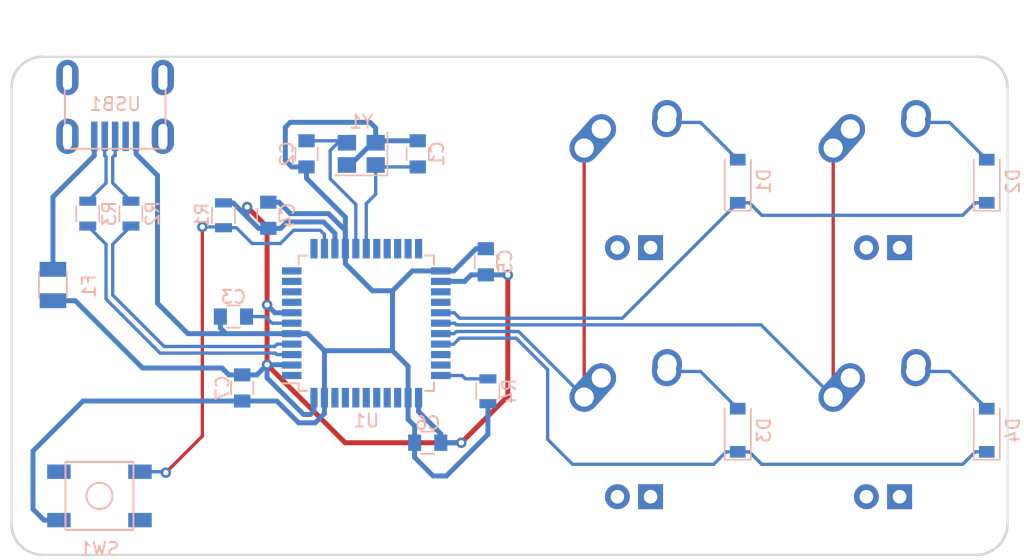
<source format=kicad_pcb>
(kicad_pcb (version 20171130) (host pcbnew "(5.0.0)")

  (general
    (thickness 1.6)
    (drawings 8)
    (tracks 210)
    (zones 0)
    (modules 24)
    (nets 52)
  )

  (page A4)
  (layers
    (0 F.Cu signal)
    (31 B.Cu signal)
    (32 B.Adhes user)
    (33 F.Adhes user)
    (34 B.Paste user)
    (35 F.Paste user)
    (36 B.SilkS user)
    (37 F.SilkS user)
    (38 B.Mask user)
    (39 F.Mask user)
    (40 Dwgs.User user)
    (41 Cmts.User user)
    (42 Eco1.User user)
    (43 Eco2.User user)
    (44 Edge.Cuts user)
    (45 Margin user)
    (46 B.CrtYd user)
    (47 F.CrtYd user)
    (48 B.Fab user)
    (49 F.Fab user)
  )

  (setup
    (last_trace_width 0.254)
    (trace_clearance 0.2)
    (zone_clearance 0.508)
    (zone_45_only no)
    (trace_min 0.2)
    (segment_width 0.2)
    (edge_width 0.15)
    (via_size 0.8)
    (via_drill 0.4)
    (via_min_size 0.4)
    (via_min_drill 0.3)
    (uvia_size 0.3)
    (uvia_drill 0.1)
    (uvias_allowed no)
    (uvia_min_size 0.2)
    (uvia_min_drill 0.1)
    (pcb_text_width 0.3)
    (pcb_text_size 1.5 1.5)
    (mod_edge_width 0.15)
    (mod_text_size 1 1)
    (mod_text_width 0.15)
    (pad_size 1.524 1.524)
    (pad_drill 0.762)
    (pad_to_mask_clearance 0.2)
    (aux_axis_origin 0 0)
    (visible_elements FFFFFF7F)
    (pcbplotparams
      (layerselection 0x010fc_ffffffff)
      (usegerberextensions false)
      (usegerberattributes false)
      (usegerberadvancedattributes false)
      (creategerberjobfile false)
      (excludeedgelayer true)
      (linewidth 0.100000)
      (plotframeref false)
      (viasonmask false)
      (mode 1)
      (useauxorigin false)
      (hpglpennumber 1)
      (hpglpenspeed 20)
      (hpglpendiameter 15.000000)
      (psnegative false)
      (psa4output false)
      (plotreference true)
      (plotvalue true)
      (plotinvisibletext false)
      (padsonsilk false)
      (subtractmaskfromsilk false)
      (outputformat 1)
      (mirror false)
      (drillshape 1)
      (scaleselection 1)
      (outputdirectory ""))
  )

  (net 0 "")
  (net 1 "Net-(C1-Pad1)")
  (net 2 GND)
  (net 3 "Net-(C2-Pad1)")
  (net 4 "Net-(C3-Pad1)")
  (net 5 +5V)
  (net 6 ROW0)
  (net 7 "Net-(D1-Pad2)")
  (net 8 "Net-(D2-Pad2)")
  (net 9 ROW1)
  (net 10 "Net-(D3-Pad2)")
  (net 11 "Net-(D4-Pad2)")
  (net 12 VCC)
  (net 13 "Net-(MX1-Pad4)")
  (net 14 "Net-(MX1-Pad3)")
  (net 15 COL0)
  (net 16 COL1)
  (net 17 "Net-(MX2-Pad3)")
  (net 18 "Net-(MX2-Pad4)")
  (net 19 "Net-(MX3-Pad4)")
  (net 20 "Net-(MX3-Pad3)")
  (net 21 "Net-(MX4-Pad3)")
  (net 22 "Net-(MX4-Pad4)")
  (net 23 "Net-(R1-Pad2)")
  (net 24 "Net-(R2-Pad1)")
  (net 25 D+)
  (net 26 D-)
  (net 27 "Net-(R3-Pad1)")
  (net 28 "Net-(R4-Pad2)")
  (net 29 "Net-(U1-Pad42)")
  (net 30 "Net-(U1-Pad41)")
  (net 31 "Net-(U1-Pad40)")
  (net 32 "Net-(U1-Pad39)")
  (net 33 "Net-(U1-Pad38)")
  (net 34 "Net-(U1-Pad37)")
  (net 35 "Net-(U1-Pad36)")
  (net 36 "Net-(U1-Pad32)")
  (net 37 "Net-(U1-Pad31)")
  (net 38 "Net-(U1-Pad26)")
  (net 39 "Net-(U1-Pad25)")
  (net 40 "Net-(U1-Pad22)")
  (net 41 "Net-(U1-Pad21)")
  (net 42 "Net-(U1-Pad20)")
  (net 43 "Net-(U1-Pad19)")
  (net 44 "Net-(U1-Pad18)")
  (net 45 "Net-(U1-Pad12)")
  (net 46 "Net-(U1-Pad11)")
  (net 47 "Net-(U1-Pad10)")
  (net 48 "Net-(U1-Pad9)")
  (net 49 "Net-(U1-Pad8)")
  (net 50 "Net-(U1-Pad1)")
  (net 51 "Net-(USB1-Pad2)")

  (net_class Default "This is the default net class."
    (clearance 0.2)
    (trace_width 0.254)
    (via_dia 0.8)
    (via_drill 0.4)
    (uvia_dia 0.3)
    (uvia_drill 0.1)
    (add_net COL0)
    (add_net COL1)
    (add_net D+)
    (add_net D-)
    (add_net "Net-(C1-Pad1)")
    (add_net "Net-(C2-Pad1)")
    (add_net "Net-(C3-Pad1)")
    (add_net "Net-(D1-Pad2)")
    (add_net "Net-(D2-Pad2)")
    (add_net "Net-(D3-Pad2)")
    (add_net "Net-(D4-Pad2)")
    (add_net "Net-(MX1-Pad3)")
    (add_net "Net-(MX1-Pad4)")
    (add_net "Net-(MX2-Pad3)")
    (add_net "Net-(MX2-Pad4)")
    (add_net "Net-(MX3-Pad3)")
    (add_net "Net-(MX3-Pad4)")
    (add_net "Net-(MX4-Pad3)")
    (add_net "Net-(MX4-Pad4)")
    (add_net "Net-(R1-Pad2)")
    (add_net "Net-(R2-Pad1)")
    (add_net "Net-(R3-Pad1)")
    (add_net "Net-(R4-Pad2)")
    (add_net "Net-(U1-Pad1)")
    (add_net "Net-(U1-Pad10)")
    (add_net "Net-(U1-Pad11)")
    (add_net "Net-(U1-Pad12)")
    (add_net "Net-(U1-Pad18)")
    (add_net "Net-(U1-Pad19)")
    (add_net "Net-(U1-Pad20)")
    (add_net "Net-(U1-Pad21)")
    (add_net "Net-(U1-Pad22)")
    (add_net "Net-(U1-Pad25)")
    (add_net "Net-(U1-Pad26)")
    (add_net "Net-(U1-Pad31)")
    (add_net "Net-(U1-Pad32)")
    (add_net "Net-(U1-Pad36)")
    (add_net "Net-(U1-Pad37)")
    (add_net "Net-(U1-Pad38)")
    (add_net "Net-(U1-Pad39)")
    (add_net "Net-(U1-Pad40)")
    (add_net "Net-(U1-Pad41)")
    (add_net "Net-(U1-Pad42)")
    (add_net "Net-(U1-Pad8)")
    (add_net "Net-(U1-Pad9)")
    (add_net "Net-(USB1-Pad2)")
    (add_net ROW0)
    (add_net ROW1)
  )

  (net_class Power ""
    (clearance 0.2)
    (trace_width 0.381)
    (via_dia 0.8)
    (via_drill 0.4)
    (uvia_dia 0.3)
    (uvia_drill 0.1)
    (add_net +5V)
    (add_net GND)
    (add_net VCC)
  )

  (module Capacitors_SMD:C_0805 (layer B.Cu) (tedit 58AA8463) (tstamp 5C346F4D)
    (at 62.83325 69.342 90)
    (descr "Capacitor SMD 0805, reflow soldering, AVX (see smccp.pdf)")
    (tags "capacitor 0805")
    (path /5C341D22)
    (attr smd)
    (fp_text reference C1 (at 0 1.5 90) (layer B.SilkS)
      (effects (font (size 1 1) (thickness 0.15)) (justify mirror))
    )
    (fp_text value 22pF (at 0 -1.75 90) (layer B.Fab)
      (effects (font (size 1 1) (thickness 0.15)) (justify mirror))
    )
    (fp_text user %R (at 0 1.5 90) (layer B.Fab)
      (effects (font (size 1 1) (thickness 0.15)) (justify mirror))
    )
    (fp_line (start -1 -0.62) (end -1 0.62) (layer B.Fab) (width 0.1))
    (fp_line (start 1 -0.62) (end -1 -0.62) (layer B.Fab) (width 0.1))
    (fp_line (start 1 0.62) (end 1 -0.62) (layer B.Fab) (width 0.1))
    (fp_line (start -1 0.62) (end 1 0.62) (layer B.Fab) (width 0.1))
    (fp_line (start 0.5 0.85) (end -0.5 0.85) (layer B.SilkS) (width 0.12))
    (fp_line (start -0.5 -0.85) (end 0.5 -0.85) (layer B.SilkS) (width 0.12))
    (fp_line (start -1.75 0.88) (end 1.75 0.88) (layer B.CrtYd) (width 0.05))
    (fp_line (start -1.75 0.88) (end -1.75 -0.87) (layer B.CrtYd) (width 0.05))
    (fp_line (start 1.75 -0.87) (end 1.75 0.88) (layer B.CrtYd) (width 0.05))
    (fp_line (start 1.75 -0.87) (end -1.75 -0.87) (layer B.CrtYd) (width 0.05))
    (pad 1 smd rect (at -1 0 90) (size 1 1.25) (layers B.Cu B.Paste B.Mask)
      (net 1 "Net-(C1-Pad1)"))
    (pad 2 smd rect (at 1 0 90) (size 1 1.25) (layers B.Cu B.Paste B.Mask)
      (net 2 GND))
    (model Capacitors_SMD.3dshapes/C_0805.wrl
      (at (xyz 0 0 0))
      (scale (xyz 1 1 1))
      (rotate (xyz 0 0 0))
    )
  )

  (module Capacitors_SMD:C_0805 (layer B.Cu) (tedit 58AA8463) (tstamp 5C346FAD)
    (at 54.32425 69.342 270)
    (descr "Capacitor SMD 0805, reflow soldering, AVX (see smccp.pdf)")
    (tags "capacitor 0805")
    (path /5C341D98)
    (attr smd)
    (fp_text reference C2 (at 0 1.5 270) (layer B.SilkS)
      (effects (font (size 1 1) (thickness 0.15)) (justify mirror))
    )
    (fp_text value 22pF (at 0 -1.75 270) (layer B.Fab)
      (effects (font (size 1 1) (thickness 0.15)) (justify mirror))
    )
    (fp_line (start 1.75 -0.87) (end -1.75 -0.87) (layer B.CrtYd) (width 0.05))
    (fp_line (start 1.75 -0.87) (end 1.75 0.88) (layer B.CrtYd) (width 0.05))
    (fp_line (start -1.75 0.88) (end -1.75 -0.87) (layer B.CrtYd) (width 0.05))
    (fp_line (start -1.75 0.88) (end 1.75 0.88) (layer B.CrtYd) (width 0.05))
    (fp_line (start -0.5 -0.85) (end 0.5 -0.85) (layer B.SilkS) (width 0.12))
    (fp_line (start 0.5 0.85) (end -0.5 0.85) (layer B.SilkS) (width 0.12))
    (fp_line (start -1 0.62) (end 1 0.62) (layer B.Fab) (width 0.1))
    (fp_line (start 1 0.62) (end 1 -0.62) (layer B.Fab) (width 0.1))
    (fp_line (start 1 -0.62) (end -1 -0.62) (layer B.Fab) (width 0.1))
    (fp_line (start -1 -0.62) (end -1 0.62) (layer B.Fab) (width 0.1))
    (fp_text user %R (at 0 1.5 270) (layer B.Fab)
      (effects (font (size 1 1) (thickness 0.15)) (justify mirror))
    )
    (pad 2 smd rect (at 1 0 270) (size 1 1.25) (layers B.Cu B.Paste B.Mask)
      (net 2 GND))
    (pad 1 smd rect (at -1 0 270) (size 1 1.25) (layers B.Cu B.Paste B.Mask)
      (net 3 "Net-(C2-Pad1)"))
    (model Capacitors_SMD.3dshapes/C_0805.wrl
      (at (xyz 0 0 0))
      (scale (xyz 1 1 1))
      (rotate (xyz 0 0 0))
    )
  )

  (module Capacitors_SMD:C_0805 (layer B.Cu) (tedit 58AA8463) (tstamp 5C346F7D)
    (at 48.73625 81.788 180)
    (descr "Capacitor SMD 0805, reflow soldering, AVX (see smccp.pdf)")
    (tags "capacitor 0805")
    (path /5C33FC0C)
    (attr smd)
    (fp_text reference C3 (at 0 1.5 180) (layer B.SilkS)
      (effects (font (size 1 1) (thickness 0.15)) (justify mirror))
    )
    (fp_text value 1uF (at 0 -1.75 180) (layer B.Fab)
      (effects (font (size 1 1) (thickness 0.15)) (justify mirror))
    )
    (fp_line (start 1.75 -0.87) (end -1.75 -0.87) (layer B.CrtYd) (width 0.05))
    (fp_line (start 1.75 -0.87) (end 1.75 0.88) (layer B.CrtYd) (width 0.05))
    (fp_line (start -1.75 0.88) (end -1.75 -0.87) (layer B.CrtYd) (width 0.05))
    (fp_line (start -1.75 0.88) (end 1.75 0.88) (layer B.CrtYd) (width 0.05))
    (fp_line (start -0.5 -0.85) (end 0.5 -0.85) (layer B.SilkS) (width 0.12))
    (fp_line (start 0.5 0.85) (end -0.5 0.85) (layer B.SilkS) (width 0.12))
    (fp_line (start -1 0.62) (end 1 0.62) (layer B.Fab) (width 0.1))
    (fp_line (start 1 0.62) (end 1 -0.62) (layer B.Fab) (width 0.1))
    (fp_line (start 1 -0.62) (end -1 -0.62) (layer B.Fab) (width 0.1))
    (fp_line (start -1 -0.62) (end -1 0.62) (layer B.Fab) (width 0.1))
    (fp_text user %R (at 0 1.5 180) (layer B.Fab)
      (effects (font (size 1 1) (thickness 0.15)) (justify mirror))
    )
    (pad 2 smd rect (at 1 0 180) (size 1 1.25) (layers B.Cu B.Paste B.Mask)
      (net 2 GND))
    (pad 1 smd rect (at -1 0 180) (size 1 1.25) (layers B.Cu B.Paste B.Mask)
      (net 4 "Net-(C3-Pad1)"))
    (model Capacitors_SMD.3dshapes/C_0805.wrl
      (at (xyz 0 0 0))
      (scale (xyz 1 1 1))
      (rotate (xyz 0 0 0))
    )
  )

  (module Capacitors_SMD:C_0805 (layer B.Cu) (tedit 58AA8463) (tstamp 5C346E84)
    (at 51.40325 74.041 90)
    (descr "Capacitor SMD 0805, reflow soldering, AVX (see smccp.pdf)")
    (tags "capacitor 0805")
    (path /5C3401A2)
    (attr smd)
    (fp_text reference C4 (at 0 1.5 90) (layer B.SilkS)
      (effects (font (size 1 1) (thickness 0.15)) (justify mirror))
    )
    (fp_text value 0.1uF (at 0 -1.75 90) (layer B.Fab)
      (effects (font (size 1 1) (thickness 0.15)) (justify mirror))
    )
    (fp_line (start 1.75 -0.87) (end -1.75 -0.87) (layer B.CrtYd) (width 0.05))
    (fp_line (start 1.75 -0.87) (end 1.75 0.88) (layer B.CrtYd) (width 0.05))
    (fp_line (start -1.75 0.88) (end -1.75 -0.87) (layer B.CrtYd) (width 0.05))
    (fp_line (start -1.75 0.88) (end 1.75 0.88) (layer B.CrtYd) (width 0.05))
    (fp_line (start -0.5 -0.85) (end 0.5 -0.85) (layer B.SilkS) (width 0.12))
    (fp_line (start 0.5 0.85) (end -0.5 0.85) (layer B.SilkS) (width 0.12))
    (fp_line (start -1 0.62) (end 1 0.62) (layer B.Fab) (width 0.1))
    (fp_line (start 1 0.62) (end 1 -0.62) (layer B.Fab) (width 0.1))
    (fp_line (start 1 -0.62) (end -1 -0.62) (layer B.Fab) (width 0.1))
    (fp_line (start -1 -0.62) (end -1 0.62) (layer B.Fab) (width 0.1))
    (fp_text user %R (at 0 1.5 90) (layer B.Fab)
      (effects (font (size 1 1) (thickness 0.15)) (justify mirror))
    )
    (pad 2 smd rect (at 1 0 90) (size 1 1.25) (layers B.Cu B.Paste B.Mask)
      (net 2 GND))
    (pad 1 smd rect (at -1 0 90) (size 1 1.25) (layers B.Cu B.Paste B.Mask)
      (net 5 +5V))
    (model Capacitors_SMD.3dshapes/C_0805.wrl
      (at (xyz 0 0 0))
      (scale (xyz 1 1 1))
      (rotate (xyz 0 0 0))
    )
  )

  (module Capacitors_SMD:C_0805 (layer B.Cu) (tedit 58AA8463) (tstamp 5C346D8E)
    (at 68.04025 77.597 90)
    (descr "Capacitor SMD 0805, reflow soldering, AVX (see smccp.pdf)")
    (tags "capacitor 0805")
    (path /5C340030)
    (attr smd)
    (fp_text reference C5 (at 0 1.5 90) (layer B.SilkS)
      (effects (font (size 1 1) (thickness 0.15)) (justify mirror))
    )
    (fp_text value 0.1uF (at 0 -1.75 90) (layer B.Fab)
      (effects (font (size 1 1) (thickness 0.15)) (justify mirror))
    )
    (fp_text user %R (at 0 1.5 90) (layer B.Fab)
      (effects (font (size 1 1) (thickness 0.15)) (justify mirror))
    )
    (fp_line (start -1 -0.62) (end -1 0.62) (layer B.Fab) (width 0.1))
    (fp_line (start 1 -0.62) (end -1 -0.62) (layer B.Fab) (width 0.1))
    (fp_line (start 1 0.62) (end 1 -0.62) (layer B.Fab) (width 0.1))
    (fp_line (start -1 0.62) (end 1 0.62) (layer B.Fab) (width 0.1))
    (fp_line (start 0.5 0.85) (end -0.5 0.85) (layer B.SilkS) (width 0.12))
    (fp_line (start -0.5 -0.85) (end 0.5 -0.85) (layer B.SilkS) (width 0.12))
    (fp_line (start -1.75 0.88) (end 1.75 0.88) (layer B.CrtYd) (width 0.05))
    (fp_line (start -1.75 0.88) (end -1.75 -0.87) (layer B.CrtYd) (width 0.05))
    (fp_line (start 1.75 -0.87) (end 1.75 0.88) (layer B.CrtYd) (width 0.05))
    (fp_line (start 1.75 -0.87) (end -1.75 -0.87) (layer B.CrtYd) (width 0.05))
    (pad 1 smd rect (at -1 0 90) (size 1 1.25) (layers B.Cu B.Paste B.Mask)
      (net 5 +5V))
    (pad 2 smd rect (at 1 0 90) (size 1 1.25) (layers B.Cu B.Paste B.Mask)
      (net 2 GND))
    (model Capacitors_SMD.3dshapes/C_0805.wrl
      (at (xyz 0 0 0))
      (scale (xyz 1 1 1))
      (rotate (xyz 0 0 0))
    )
  )

  (module Capacitors_SMD:C_0805 (layer B.Cu) (tedit 58AA8463) (tstamp 5C346EED)
    (at 63.59525 91.44 180)
    (descr "Capacitor SMD 0805, reflow soldering, AVX (see smccp.pdf)")
    (tags "capacitor 0805")
    (path /5C340116)
    (attr smd)
    (fp_text reference C6 (at 0 1.5 180) (layer B.SilkS)
      (effects (font (size 1 1) (thickness 0.15)) (justify mirror))
    )
    (fp_text value 0.1uF (at 0 -1.75 180) (layer B.Fab)
      (effects (font (size 1 1) (thickness 0.15)) (justify mirror))
    )
    (fp_line (start 1.75 -0.87) (end -1.75 -0.87) (layer B.CrtYd) (width 0.05))
    (fp_line (start 1.75 -0.87) (end 1.75 0.88) (layer B.CrtYd) (width 0.05))
    (fp_line (start -1.75 0.88) (end -1.75 -0.87) (layer B.CrtYd) (width 0.05))
    (fp_line (start -1.75 0.88) (end 1.75 0.88) (layer B.CrtYd) (width 0.05))
    (fp_line (start -0.5 -0.85) (end 0.5 -0.85) (layer B.SilkS) (width 0.12))
    (fp_line (start 0.5 0.85) (end -0.5 0.85) (layer B.SilkS) (width 0.12))
    (fp_line (start -1 0.62) (end 1 0.62) (layer B.Fab) (width 0.1))
    (fp_line (start 1 0.62) (end 1 -0.62) (layer B.Fab) (width 0.1))
    (fp_line (start 1 -0.62) (end -1 -0.62) (layer B.Fab) (width 0.1))
    (fp_line (start -1 -0.62) (end -1 0.62) (layer B.Fab) (width 0.1))
    (fp_text user %R (at 0 1.5 180) (layer B.Fab)
      (effects (font (size 1 1) (thickness 0.15)) (justify mirror))
    )
    (pad 2 smd rect (at 1 0 180) (size 1 1.25) (layers B.Cu B.Paste B.Mask)
      (net 2 GND))
    (pad 1 smd rect (at -1 0 180) (size 1 1.25) (layers B.Cu B.Paste B.Mask)
      (net 5 +5V))
    (model Capacitors_SMD.3dshapes/C_0805.wrl
      (at (xyz 0 0 0))
      (scale (xyz 1 1 1))
      (rotate (xyz 0 0 0))
    )
  )

  (module Capacitors_SMD:C_0805 (layer B.Cu) (tedit 58AA8463) (tstamp 5C346D5E)
    (at 49.403 87.249 270)
    (descr "Capacitor SMD 0805, reflow soldering, AVX (see smccp.pdf)")
    (tags "capacitor 0805")
    (path /5C340158)
    (attr smd)
    (fp_text reference C7 (at 0 1.5 270) (layer B.SilkS)
      (effects (font (size 1 1) (thickness 0.15)) (justify mirror))
    )
    (fp_text value 10uF (at 0 -1.75 270) (layer B.Fab)
      (effects (font (size 1 1) (thickness 0.15)) (justify mirror))
    )
    (fp_text user %R (at 0 1.5 270) (layer B.Fab)
      (effects (font (size 1 1) (thickness 0.15)) (justify mirror))
    )
    (fp_line (start -1 -0.62) (end -1 0.62) (layer B.Fab) (width 0.1))
    (fp_line (start 1 -0.62) (end -1 -0.62) (layer B.Fab) (width 0.1))
    (fp_line (start 1 0.62) (end 1 -0.62) (layer B.Fab) (width 0.1))
    (fp_line (start -1 0.62) (end 1 0.62) (layer B.Fab) (width 0.1))
    (fp_line (start 0.5 0.85) (end -0.5 0.85) (layer B.SilkS) (width 0.12))
    (fp_line (start -0.5 -0.85) (end 0.5 -0.85) (layer B.SilkS) (width 0.12))
    (fp_line (start -1.75 0.88) (end 1.75 0.88) (layer B.CrtYd) (width 0.05))
    (fp_line (start -1.75 0.88) (end -1.75 -0.87) (layer B.CrtYd) (width 0.05))
    (fp_line (start 1.75 -0.87) (end 1.75 0.88) (layer B.CrtYd) (width 0.05))
    (fp_line (start 1.75 -0.87) (end -1.75 -0.87) (layer B.CrtYd) (width 0.05))
    (pad 1 smd rect (at -1 0 270) (size 1 1.25) (layers B.Cu B.Paste B.Mask)
      (net 5 +5V))
    (pad 2 smd rect (at 1 0 270) (size 1 1.25) (layers B.Cu B.Paste B.Mask)
      (net 2 GND))
    (model Capacitors_SMD.3dshapes/C_0805.wrl
      (at (xyz 0 0 0))
      (scale (xyz 1 1 1))
      (rotate (xyz 0 0 0))
    )
  )

  (module Diodes_SMD:D_SOD-123 (layer B.Cu) (tedit 58645DC7) (tstamp 5C3453CA)
    (at 87.3125 71.4375 90)
    (descr SOD-123)
    (tags SOD-123)
    (path /5C34B4DF)
    (attr smd)
    (fp_text reference D1 (at 0 2 90) (layer B.SilkS)
      (effects (font (size 1 1) (thickness 0.15)) (justify mirror))
    )
    (fp_text value SOD-123 (at 0 -2.1 90) (layer B.Fab)
      (effects (font (size 1 1) (thickness 0.15)) (justify mirror))
    )
    (fp_text user %R (at 0 2 90) (layer B.Fab)
      (effects (font (size 1 1) (thickness 0.15)) (justify mirror))
    )
    (fp_line (start -2.25 1) (end -2.25 -1) (layer B.SilkS) (width 0.12))
    (fp_line (start 0.25 0) (end 0.75 0) (layer B.Fab) (width 0.1))
    (fp_line (start 0.25 -0.4) (end -0.35 0) (layer B.Fab) (width 0.1))
    (fp_line (start 0.25 0.4) (end 0.25 -0.4) (layer B.Fab) (width 0.1))
    (fp_line (start -0.35 0) (end 0.25 0.4) (layer B.Fab) (width 0.1))
    (fp_line (start -0.35 0) (end -0.35 -0.55) (layer B.Fab) (width 0.1))
    (fp_line (start -0.35 0) (end -0.35 0.55) (layer B.Fab) (width 0.1))
    (fp_line (start -0.75 0) (end -0.35 0) (layer B.Fab) (width 0.1))
    (fp_line (start -1.4 -0.9) (end -1.4 0.9) (layer B.Fab) (width 0.1))
    (fp_line (start 1.4 -0.9) (end -1.4 -0.9) (layer B.Fab) (width 0.1))
    (fp_line (start 1.4 0.9) (end 1.4 -0.9) (layer B.Fab) (width 0.1))
    (fp_line (start -1.4 0.9) (end 1.4 0.9) (layer B.Fab) (width 0.1))
    (fp_line (start -2.35 1.15) (end 2.35 1.15) (layer B.CrtYd) (width 0.05))
    (fp_line (start 2.35 1.15) (end 2.35 -1.15) (layer B.CrtYd) (width 0.05))
    (fp_line (start 2.35 -1.15) (end -2.35 -1.15) (layer B.CrtYd) (width 0.05))
    (fp_line (start -2.35 1.15) (end -2.35 -1.15) (layer B.CrtYd) (width 0.05))
    (fp_line (start -2.25 -1) (end 1.65 -1) (layer B.SilkS) (width 0.12))
    (fp_line (start -2.25 1) (end 1.65 1) (layer B.SilkS) (width 0.12))
    (pad 1 smd rect (at -1.65 0 90) (size 0.9 1.2) (layers B.Cu B.Paste B.Mask)
      (net 6 ROW0))
    (pad 2 smd rect (at 1.65 0 90) (size 0.9 1.2) (layers B.Cu B.Paste B.Mask)
      (net 7 "Net-(D1-Pad2)"))
    (model ${KISYS3DMOD}/Diodes_SMD.3dshapes/D_SOD-123.wrl
      (at (xyz 0 0 0))
      (scale (xyz 1 1 1))
      (rotate (xyz 0 0 0))
    )
  )

  (module Diodes_SMD:D_SOD-123 (layer B.Cu) (tedit 58645DC7) (tstamp 5C3453E3)
    (at 106.3625 71.4375 90)
    (descr SOD-123)
    (tags SOD-123)
    (path /5C34C4A3)
    (attr smd)
    (fp_text reference D2 (at 0 2 90) (layer B.SilkS)
      (effects (font (size 1 1) (thickness 0.15)) (justify mirror))
    )
    (fp_text value SOD-123 (at 0 -2.1 90) (layer B.Fab)
      (effects (font (size 1 1) (thickness 0.15)) (justify mirror))
    )
    (fp_line (start -2.25 1) (end 1.65 1) (layer B.SilkS) (width 0.12))
    (fp_line (start -2.25 -1) (end 1.65 -1) (layer B.SilkS) (width 0.12))
    (fp_line (start -2.35 1.15) (end -2.35 -1.15) (layer B.CrtYd) (width 0.05))
    (fp_line (start 2.35 -1.15) (end -2.35 -1.15) (layer B.CrtYd) (width 0.05))
    (fp_line (start 2.35 1.15) (end 2.35 -1.15) (layer B.CrtYd) (width 0.05))
    (fp_line (start -2.35 1.15) (end 2.35 1.15) (layer B.CrtYd) (width 0.05))
    (fp_line (start -1.4 0.9) (end 1.4 0.9) (layer B.Fab) (width 0.1))
    (fp_line (start 1.4 0.9) (end 1.4 -0.9) (layer B.Fab) (width 0.1))
    (fp_line (start 1.4 -0.9) (end -1.4 -0.9) (layer B.Fab) (width 0.1))
    (fp_line (start -1.4 -0.9) (end -1.4 0.9) (layer B.Fab) (width 0.1))
    (fp_line (start -0.75 0) (end -0.35 0) (layer B.Fab) (width 0.1))
    (fp_line (start -0.35 0) (end -0.35 0.55) (layer B.Fab) (width 0.1))
    (fp_line (start -0.35 0) (end -0.35 -0.55) (layer B.Fab) (width 0.1))
    (fp_line (start -0.35 0) (end 0.25 0.4) (layer B.Fab) (width 0.1))
    (fp_line (start 0.25 0.4) (end 0.25 -0.4) (layer B.Fab) (width 0.1))
    (fp_line (start 0.25 -0.4) (end -0.35 0) (layer B.Fab) (width 0.1))
    (fp_line (start 0.25 0) (end 0.75 0) (layer B.Fab) (width 0.1))
    (fp_line (start -2.25 1) (end -2.25 -1) (layer B.SilkS) (width 0.12))
    (fp_text user %R (at 0 2 90) (layer B.Fab)
      (effects (font (size 1 1) (thickness 0.15)) (justify mirror))
    )
    (pad 2 smd rect (at 1.65 0 90) (size 0.9 1.2) (layers B.Cu B.Paste B.Mask)
      (net 8 "Net-(D2-Pad2)"))
    (pad 1 smd rect (at -1.65 0 90) (size 0.9 1.2) (layers B.Cu B.Paste B.Mask)
      (net 6 ROW0))
    (model ${KISYS3DMOD}/Diodes_SMD.3dshapes/D_SOD-123.wrl
      (at (xyz 0 0 0))
      (scale (xyz 1 1 1))
      (rotate (xyz 0 0 0))
    )
  )

  (module Diodes_SMD:D_SOD-123 (layer B.Cu) (tedit 58645DC7) (tstamp 5C3453FC)
    (at 87.3125 90.4875 90)
    (descr SOD-123)
    (tags SOD-123)
    (path /5C34D1FF)
    (attr smd)
    (fp_text reference D3 (at 0 2 90) (layer B.SilkS)
      (effects (font (size 1 1) (thickness 0.15)) (justify mirror))
    )
    (fp_text value SOD-123 (at 0 -2.1 90) (layer B.Fab)
      (effects (font (size 1 1) (thickness 0.15)) (justify mirror))
    )
    (fp_text user %R (at 0 2 90) (layer B.Fab)
      (effects (font (size 1 1) (thickness 0.15)) (justify mirror))
    )
    (fp_line (start -2.25 1) (end -2.25 -1) (layer B.SilkS) (width 0.12))
    (fp_line (start 0.25 0) (end 0.75 0) (layer B.Fab) (width 0.1))
    (fp_line (start 0.25 -0.4) (end -0.35 0) (layer B.Fab) (width 0.1))
    (fp_line (start 0.25 0.4) (end 0.25 -0.4) (layer B.Fab) (width 0.1))
    (fp_line (start -0.35 0) (end 0.25 0.4) (layer B.Fab) (width 0.1))
    (fp_line (start -0.35 0) (end -0.35 -0.55) (layer B.Fab) (width 0.1))
    (fp_line (start -0.35 0) (end -0.35 0.55) (layer B.Fab) (width 0.1))
    (fp_line (start -0.75 0) (end -0.35 0) (layer B.Fab) (width 0.1))
    (fp_line (start -1.4 -0.9) (end -1.4 0.9) (layer B.Fab) (width 0.1))
    (fp_line (start 1.4 -0.9) (end -1.4 -0.9) (layer B.Fab) (width 0.1))
    (fp_line (start 1.4 0.9) (end 1.4 -0.9) (layer B.Fab) (width 0.1))
    (fp_line (start -1.4 0.9) (end 1.4 0.9) (layer B.Fab) (width 0.1))
    (fp_line (start -2.35 1.15) (end 2.35 1.15) (layer B.CrtYd) (width 0.05))
    (fp_line (start 2.35 1.15) (end 2.35 -1.15) (layer B.CrtYd) (width 0.05))
    (fp_line (start 2.35 -1.15) (end -2.35 -1.15) (layer B.CrtYd) (width 0.05))
    (fp_line (start -2.35 1.15) (end -2.35 -1.15) (layer B.CrtYd) (width 0.05))
    (fp_line (start -2.25 -1) (end 1.65 -1) (layer B.SilkS) (width 0.12))
    (fp_line (start -2.25 1) (end 1.65 1) (layer B.SilkS) (width 0.12))
    (pad 1 smd rect (at -1.65 0 90) (size 0.9 1.2) (layers B.Cu B.Paste B.Mask)
      (net 9 ROW1))
    (pad 2 smd rect (at 1.65 0 90) (size 0.9 1.2) (layers B.Cu B.Paste B.Mask)
      (net 10 "Net-(D3-Pad2)"))
    (model ${KISYS3DMOD}/Diodes_SMD.3dshapes/D_SOD-123.wrl
      (at (xyz 0 0 0))
      (scale (xyz 1 1 1))
      (rotate (xyz 0 0 0))
    )
  )

  (module Diodes_SMD:D_SOD-123 (layer B.Cu) (tedit 58645DC7) (tstamp 5C345415)
    (at 106.3625 90.4875 90)
    (descr SOD-123)
    (tags SOD-123)
    (path /5C34D20E)
    (attr smd)
    (fp_text reference D4 (at 0 2 90) (layer B.SilkS)
      (effects (font (size 1 1) (thickness 0.15)) (justify mirror))
    )
    (fp_text value SOD-123 (at 0 -2.1 90) (layer B.Fab)
      (effects (font (size 1 1) (thickness 0.15)) (justify mirror))
    )
    (fp_line (start -2.25 1) (end 1.65 1) (layer B.SilkS) (width 0.12))
    (fp_line (start -2.25 -1) (end 1.65 -1) (layer B.SilkS) (width 0.12))
    (fp_line (start -2.35 1.15) (end -2.35 -1.15) (layer B.CrtYd) (width 0.05))
    (fp_line (start 2.35 -1.15) (end -2.35 -1.15) (layer B.CrtYd) (width 0.05))
    (fp_line (start 2.35 1.15) (end 2.35 -1.15) (layer B.CrtYd) (width 0.05))
    (fp_line (start -2.35 1.15) (end 2.35 1.15) (layer B.CrtYd) (width 0.05))
    (fp_line (start -1.4 0.9) (end 1.4 0.9) (layer B.Fab) (width 0.1))
    (fp_line (start 1.4 0.9) (end 1.4 -0.9) (layer B.Fab) (width 0.1))
    (fp_line (start 1.4 -0.9) (end -1.4 -0.9) (layer B.Fab) (width 0.1))
    (fp_line (start -1.4 -0.9) (end -1.4 0.9) (layer B.Fab) (width 0.1))
    (fp_line (start -0.75 0) (end -0.35 0) (layer B.Fab) (width 0.1))
    (fp_line (start -0.35 0) (end -0.35 0.55) (layer B.Fab) (width 0.1))
    (fp_line (start -0.35 0) (end -0.35 -0.55) (layer B.Fab) (width 0.1))
    (fp_line (start -0.35 0) (end 0.25 0.4) (layer B.Fab) (width 0.1))
    (fp_line (start 0.25 0.4) (end 0.25 -0.4) (layer B.Fab) (width 0.1))
    (fp_line (start 0.25 -0.4) (end -0.35 0) (layer B.Fab) (width 0.1))
    (fp_line (start 0.25 0) (end 0.75 0) (layer B.Fab) (width 0.1))
    (fp_line (start -2.25 1) (end -2.25 -1) (layer B.SilkS) (width 0.12))
    (fp_text user %R (at 0 2 90) (layer B.Fab)
      (effects (font (size 1 1) (thickness 0.15)) (justify mirror))
    )
    (pad 2 smd rect (at 1.65 0 90) (size 0.9 1.2) (layers B.Cu B.Paste B.Mask)
      (net 11 "Net-(D4-Pad2)"))
    (pad 1 smd rect (at -1.65 0 90) (size 0.9 1.2) (layers B.Cu B.Paste B.Mask)
      (net 9 ROW1))
    (model ${KISYS3DMOD}/Diodes_SMD.3dshapes/D_SOD-123.wrl
      (at (xyz 0 0 0))
      (scale (xyz 1 1 1))
      (rotate (xyz 0 0 0))
    )
  )

  (module Fuse_Holders_and_Fuses:Fuse_SMD1206_Reflow (layer B.Cu) (tedit 0) (tstamp 5C345425)
    (at 34.925 79.375 90)
    (descr "Fuse, Sicherung, SMD1206, Littlefuse-Wickmann, Reflow,")
    (tags "Fuse Sicherung SMD1206 Littlefuse-Wickmann Reflow ")
    (path /5C348279)
    (attr smd)
    (fp_text reference F1 (at -0.1 2.75 90) (layer B.SilkS)
      (effects (font (size 1 1) (thickness 0.15)) (justify mirror))
    )
    (fp_text value 500mA (at -0.45 -3.2 90) (layer B.Fab)
      (effects (font (size 1 1) (thickness 0.15)) (justify mirror))
    )
    (fp_line (start 2.47 -1.05) (end -2.47 -1.05) (layer B.CrtYd) (width 0.05))
    (fp_line (start 2.47 -1.05) (end 2.47 1.05) (layer B.CrtYd) (width 0.05))
    (fp_line (start -2.47 1.05) (end -2.47 -1.05) (layer B.CrtYd) (width 0.05))
    (fp_line (start -2.47 1.05) (end 2.47 1.05) (layer B.CrtYd) (width 0.05))
    (fp_line (start -1 1.07) (end 1 1.07) (layer B.SilkS) (width 0.12))
    (fp_line (start 1 -1.07) (end -1 -1.07) (layer B.SilkS) (width 0.12))
    (fp_line (start -1.6 0.8) (end 1.6 0.8) (layer B.Fab) (width 0.1))
    (fp_line (start 1.6 0.8) (end 1.6 -0.8) (layer B.Fab) (width 0.1))
    (fp_line (start 1.6 -0.8) (end -1.6 -0.8) (layer B.Fab) (width 0.1))
    (fp_line (start -1.6 -0.8) (end -1.6 0.8) (layer B.Fab) (width 0.1))
    (pad 2 smd rect (at 1.2 0) (size 2.03 1.14) (layers B.Cu B.Paste B.Mask)
      (net 12 VCC))
    (pad 1 smd rect (at -1.2 0) (size 2.03 1.14) (layers B.Cu B.Paste B.Mask)
      (net 5 +5V))
  )

  (module MX_Alps_Hybrid:MX-1U (layer F.Cu) (tedit 5A9F3A9A) (tstamp 5C34543E)
    (at 79.375 71.4375)
    (path /5C34B436)
    (fp_text reference MX1 (at 0 3.175) (layer Dwgs.User)
      (effects (font (size 1 1) (thickness 0.15)))
    )
    (fp_text value MX-1U (at 0 -7.9375) (layer Dwgs.User)
      (effects (font (size 1 1) (thickness 0.15)))
    )
    (fp_line (start -9.525 9.525) (end -9.525 -9.525) (layer Dwgs.User) (width 0.15))
    (fp_line (start 9.525 9.525) (end -9.525 9.525) (layer Dwgs.User) (width 0.15))
    (fp_line (start 9.525 -9.525) (end 9.525 9.525) (layer Dwgs.User) (width 0.15))
    (fp_line (start -9.525 -9.525) (end 9.525 -9.525) (layer Dwgs.User) (width 0.15))
    (fp_line (start -7 -7) (end -7 -5) (layer Dwgs.User) (width 0.15))
    (fp_line (start -5 -7) (end -7 -7) (layer Dwgs.User) (width 0.15))
    (fp_line (start -7 7) (end -5 7) (layer Dwgs.User) (width 0.15))
    (fp_line (start -7 5) (end -7 7) (layer Dwgs.User) (width 0.15))
    (fp_line (start 7 7) (end 7 5) (layer Dwgs.User) (width 0.15))
    (fp_line (start 5 7) (end 7 7) (layer Dwgs.User) (width 0.15))
    (fp_line (start 7 -7) (end 7 -5) (layer Dwgs.User) (width 0.15))
    (fp_line (start 5 -7) (end 7 -7) (layer Dwgs.User) (width 0.15))
    (pad "" np_thru_hole circle (at 5.08 0 48.0996) (size 1.75 1.75) (drill 1.75) (layers *.Cu *.Mask))
    (pad "" np_thru_hole circle (at -5.08 0 48.0996) (size 1.75 1.75) (drill 1.75) (layers *.Cu *.Mask))
    (pad 4 thru_hole rect (at 1.27 5.08) (size 1.905 1.905) (drill 1.04) (layers *.Cu B.Mask)
      (net 13 "Net-(MX1-Pad4)"))
    (pad 3 thru_hole circle (at -1.27 5.08) (size 1.905 1.905) (drill 1.04) (layers *.Cu B.Mask)
      (net 14 "Net-(MX1-Pad3)"))
    (pad 1 thru_hole circle (at -2.5 -4) (size 2.25 2.25) (drill 1.47) (layers *.Cu B.Mask)
      (net 15 COL0))
    (pad "" np_thru_hole circle (at 0 0) (size 3.9878 3.9878) (drill 3.9878) (layers *.Cu *.Mask))
    (pad 1 thru_hole oval (at -3.81 -2.54 48.0996) (size 4.211556 2.25) (drill 1.47 (offset 0.980778 0)) (layers *.Cu B.Mask)
      (net 15 COL0))
    (pad 2 thru_hole circle (at 2.54 -5.08) (size 2.25 2.25) (drill 1.47) (layers *.Cu B.Mask)
      (net 7 "Net-(D1-Pad2)"))
    (pad 2 thru_hole oval (at 2.5 -4.5 86.0548) (size 2.831378 2.25) (drill 1.47 (offset 0.290689 0)) (layers *.Cu B.Mask)
      (net 7 "Net-(D1-Pad2)"))
  )

  (module MX_Alps_Hybrid:MX-1U (layer F.Cu) (tedit 5A9F3A9A) (tstamp 5C345457)
    (at 98.425 71.4375)
    (path /5C34C49C)
    (fp_text reference MX2 (at 0 3.175) (layer Dwgs.User)
      (effects (font (size 1 1) (thickness 0.15)))
    )
    (fp_text value MX-1U (at 0 -7.9375) (layer Dwgs.User)
      (effects (font (size 1 1) (thickness 0.15)))
    )
    (fp_line (start 5 -7) (end 7 -7) (layer Dwgs.User) (width 0.15))
    (fp_line (start 7 -7) (end 7 -5) (layer Dwgs.User) (width 0.15))
    (fp_line (start 5 7) (end 7 7) (layer Dwgs.User) (width 0.15))
    (fp_line (start 7 7) (end 7 5) (layer Dwgs.User) (width 0.15))
    (fp_line (start -7 5) (end -7 7) (layer Dwgs.User) (width 0.15))
    (fp_line (start -7 7) (end -5 7) (layer Dwgs.User) (width 0.15))
    (fp_line (start -5 -7) (end -7 -7) (layer Dwgs.User) (width 0.15))
    (fp_line (start -7 -7) (end -7 -5) (layer Dwgs.User) (width 0.15))
    (fp_line (start -9.525 -9.525) (end 9.525 -9.525) (layer Dwgs.User) (width 0.15))
    (fp_line (start 9.525 -9.525) (end 9.525 9.525) (layer Dwgs.User) (width 0.15))
    (fp_line (start 9.525 9.525) (end -9.525 9.525) (layer Dwgs.User) (width 0.15))
    (fp_line (start -9.525 9.525) (end -9.525 -9.525) (layer Dwgs.User) (width 0.15))
    (pad 2 thru_hole oval (at 2.5 -4.5 86.0548) (size 2.831378 2.25) (drill 1.47 (offset 0.290689 0)) (layers *.Cu B.Mask)
      (net 8 "Net-(D2-Pad2)"))
    (pad 2 thru_hole circle (at 2.54 -5.08) (size 2.25 2.25) (drill 1.47) (layers *.Cu B.Mask)
      (net 8 "Net-(D2-Pad2)"))
    (pad 1 thru_hole oval (at -3.81 -2.54 48.0996) (size 4.211556 2.25) (drill 1.47 (offset 0.980778 0)) (layers *.Cu B.Mask)
      (net 16 COL1))
    (pad "" np_thru_hole circle (at 0 0) (size 3.9878 3.9878) (drill 3.9878) (layers *.Cu *.Mask))
    (pad 1 thru_hole circle (at -2.5 -4) (size 2.25 2.25) (drill 1.47) (layers *.Cu B.Mask)
      (net 16 COL1))
    (pad 3 thru_hole circle (at -1.27 5.08) (size 1.905 1.905) (drill 1.04) (layers *.Cu B.Mask)
      (net 17 "Net-(MX2-Pad3)"))
    (pad 4 thru_hole rect (at 1.27 5.08) (size 1.905 1.905) (drill 1.04) (layers *.Cu B.Mask)
      (net 18 "Net-(MX2-Pad4)"))
    (pad "" np_thru_hole circle (at -5.08 0 48.0996) (size 1.75 1.75) (drill 1.75) (layers *.Cu *.Mask))
    (pad "" np_thru_hole circle (at 5.08 0 48.0996) (size 1.75 1.75) (drill 1.75) (layers *.Cu *.Mask))
  )

  (module MX_Alps_Hybrid:MX-1U (layer F.Cu) (tedit 5A9F3A9A) (tstamp 5C345470)
    (at 79.375 90.4875)
    (path /5C34D1F8)
    (fp_text reference MX3 (at 0 3.175) (layer Dwgs.User)
      (effects (font (size 1 1) (thickness 0.15)))
    )
    (fp_text value MX-1U (at 0 -7.9375) (layer Dwgs.User)
      (effects (font (size 1 1) (thickness 0.15)))
    )
    (fp_line (start -9.525 9.525) (end -9.525 -9.525) (layer Dwgs.User) (width 0.15))
    (fp_line (start 9.525 9.525) (end -9.525 9.525) (layer Dwgs.User) (width 0.15))
    (fp_line (start 9.525 -9.525) (end 9.525 9.525) (layer Dwgs.User) (width 0.15))
    (fp_line (start -9.525 -9.525) (end 9.525 -9.525) (layer Dwgs.User) (width 0.15))
    (fp_line (start -7 -7) (end -7 -5) (layer Dwgs.User) (width 0.15))
    (fp_line (start -5 -7) (end -7 -7) (layer Dwgs.User) (width 0.15))
    (fp_line (start -7 7) (end -5 7) (layer Dwgs.User) (width 0.15))
    (fp_line (start -7 5) (end -7 7) (layer Dwgs.User) (width 0.15))
    (fp_line (start 7 7) (end 7 5) (layer Dwgs.User) (width 0.15))
    (fp_line (start 5 7) (end 7 7) (layer Dwgs.User) (width 0.15))
    (fp_line (start 7 -7) (end 7 -5) (layer Dwgs.User) (width 0.15))
    (fp_line (start 5 -7) (end 7 -7) (layer Dwgs.User) (width 0.15))
    (pad "" np_thru_hole circle (at 5.08 0 48.0996) (size 1.75 1.75) (drill 1.75) (layers *.Cu *.Mask))
    (pad "" np_thru_hole circle (at -5.08 0 48.0996) (size 1.75 1.75) (drill 1.75) (layers *.Cu *.Mask))
    (pad 4 thru_hole rect (at 1.27 5.08) (size 1.905 1.905) (drill 1.04) (layers *.Cu B.Mask)
      (net 19 "Net-(MX3-Pad4)"))
    (pad 3 thru_hole circle (at -1.27 5.08) (size 1.905 1.905) (drill 1.04) (layers *.Cu B.Mask)
      (net 20 "Net-(MX3-Pad3)"))
    (pad 1 thru_hole circle (at -2.5 -4) (size 2.25 2.25) (drill 1.47) (layers *.Cu B.Mask)
      (net 15 COL0))
    (pad "" np_thru_hole circle (at 0 0) (size 3.9878 3.9878) (drill 3.9878) (layers *.Cu *.Mask))
    (pad 1 thru_hole oval (at -3.81 -2.54 48.0996) (size 4.211556 2.25) (drill 1.47 (offset 0.980778 0)) (layers *.Cu B.Mask)
      (net 15 COL0))
    (pad 2 thru_hole circle (at 2.54 -5.08) (size 2.25 2.25) (drill 1.47) (layers *.Cu B.Mask)
      (net 10 "Net-(D3-Pad2)"))
    (pad 2 thru_hole oval (at 2.5 -4.5 86.0548) (size 2.831378 2.25) (drill 1.47 (offset 0.290689 0)) (layers *.Cu B.Mask)
      (net 10 "Net-(D3-Pad2)"))
  )

  (module MX_Alps_Hybrid:MX-1U (layer F.Cu) (tedit 5A9F3A9A) (tstamp 5C345489)
    (at 98.425 90.4875)
    (path /5C34D207)
    (fp_text reference MX4 (at 0 3.175) (layer Dwgs.User)
      (effects (font (size 1 1) (thickness 0.15)))
    )
    (fp_text value MX-1U (at 0 -7.9375) (layer Dwgs.User)
      (effects (font (size 1 1) (thickness 0.15)))
    )
    (fp_line (start 5 -7) (end 7 -7) (layer Dwgs.User) (width 0.15))
    (fp_line (start 7 -7) (end 7 -5) (layer Dwgs.User) (width 0.15))
    (fp_line (start 5 7) (end 7 7) (layer Dwgs.User) (width 0.15))
    (fp_line (start 7 7) (end 7 5) (layer Dwgs.User) (width 0.15))
    (fp_line (start -7 5) (end -7 7) (layer Dwgs.User) (width 0.15))
    (fp_line (start -7 7) (end -5 7) (layer Dwgs.User) (width 0.15))
    (fp_line (start -5 -7) (end -7 -7) (layer Dwgs.User) (width 0.15))
    (fp_line (start -7 -7) (end -7 -5) (layer Dwgs.User) (width 0.15))
    (fp_line (start -9.525 -9.525) (end 9.525 -9.525) (layer Dwgs.User) (width 0.15))
    (fp_line (start 9.525 -9.525) (end 9.525 9.525) (layer Dwgs.User) (width 0.15))
    (fp_line (start 9.525 9.525) (end -9.525 9.525) (layer Dwgs.User) (width 0.15))
    (fp_line (start -9.525 9.525) (end -9.525 -9.525) (layer Dwgs.User) (width 0.15))
    (pad 2 thru_hole oval (at 2.5 -4.5 86.0548) (size 2.831378 2.25) (drill 1.47 (offset 0.290689 0)) (layers *.Cu B.Mask)
      (net 11 "Net-(D4-Pad2)"))
    (pad 2 thru_hole circle (at 2.54 -5.08) (size 2.25 2.25) (drill 1.47) (layers *.Cu B.Mask)
      (net 11 "Net-(D4-Pad2)"))
    (pad 1 thru_hole oval (at -3.81 -2.54 48.0996) (size 4.211556 2.25) (drill 1.47 (offset 0.980778 0)) (layers *.Cu B.Mask)
      (net 16 COL1))
    (pad "" np_thru_hole circle (at 0 0) (size 3.9878 3.9878) (drill 3.9878) (layers *.Cu *.Mask))
    (pad 1 thru_hole circle (at -2.5 -4) (size 2.25 2.25) (drill 1.47) (layers *.Cu B.Mask)
      (net 16 COL1))
    (pad 3 thru_hole circle (at -1.27 5.08) (size 1.905 1.905) (drill 1.04) (layers *.Cu B.Mask)
      (net 21 "Net-(MX4-Pad3)"))
    (pad 4 thru_hole rect (at 1.27 5.08) (size 1.905 1.905) (drill 1.04) (layers *.Cu B.Mask)
      (net 22 "Net-(MX4-Pad4)"))
    (pad "" np_thru_hole circle (at -5.08 0 48.0996) (size 1.75 1.75) (drill 1.75) (layers *.Cu *.Mask))
    (pad "" np_thru_hole circle (at 5.08 0 48.0996) (size 1.75 1.75) (drill 1.75) (layers *.Cu *.Mask))
  )

  (module Resistors_SMD:R_0805 (layer B.Cu) (tedit 58E0A804) (tstamp 5C346F1D)
    (at 47.97425 74.041 270)
    (descr "Resistor SMD 0805, reflow soldering, Vishay (see dcrcw.pdf)")
    (tags "resistor 0805")
    (path /5C3466FD)
    (attr smd)
    (fp_text reference R1 (at 0 1.65 270) (layer B.SilkS)
      (effects (font (size 1 1) (thickness 0.15)) (justify mirror))
    )
    (fp_text value 10k (at 0 -1.75 270) (layer B.Fab)
      (effects (font (size 1 1) (thickness 0.15)) (justify mirror))
    )
    (fp_text user %R (at 0 0 270) (layer B.Fab)
      (effects (font (size 0.5 0.5) (thickness 0.075)) (justify mirror))
    )
    (fp_line (start -1 -0.62) (end -1 0.62) (layer B.Fab) (width 0.1))
    (fp_line (start 1 -0.62) (end -1 -0.62) (layer B.Fab) (width 0.1))
    (fp_line (start 1 0.62) (end 1 -0.62) (layer B.Fab) (width 0.1))
    (fp_line (start -1 0.62) (end 1 0.62) (layer B.Fab) (width 0.1))
    (fp_line (start 0.6 -0.88) (end -0.6 -0.88) (layer B.SilkS) (width 0.12))
    (fp_line (start -0.6 0.88) (end 0.6 0.88) (layer B.SilkS) (width 0.12))
    (fp_line (start -1.55 0.9) (end 1.55 0.9) (layer B.CrtYd) (width 0.05))
    (fp_line (start -1.55 0.9) (end -1.55 -0.9) (layer B.CrtYd) (width 0.05))
    (fp_line (start 1.55 -0.9) (end 1.55 0.9) (layer B.CrtYd) (width 0.05))
    (fp_line (start 1.55 -0.9) (end -1.55 -0.9) (layer B.CrtYd) (width 0.05))
    (pad 1 smd rect (at -0.95 0 270) (size 0.7 1.3) (layers B.Cu B.Paste B.Mask)
      (net 5 +5V))
    (pad 2 smd rect (at 0.95 0 270) (size 0.7 1.3) (layers B.Cu B.Paste B.Mask)
      (net 23 "Net-(R1-Pad2)"))
    (model ${KISYS3DMOD}/Resistors_SMD.3dshapes/R_0805.wrl
      (at (xyz 0 0 0))
      (scale (xyz 1 1 1))
      (rotate (xyz 0 0 0))
    )
  )

  (module Resistors_SMD:R_0805 (layer B.Cu) (tedit 58E0A804) (tstamp 5C3454AB)
    (at 40.894 73.914 90)
    (descr "Resistor SMD 0805, reflow soldering, Vishay (see dcrcw.pdf)")
    (tags "resistor 0805")
    (path /5C33F6F4)
    (attr smd)
    (fp_text reference R2 (at 0 1.65 90) (layer B.SilkS)
      (effects (font (size 1 1) (thickness 0.15)) (justify mirror))
    )
    (fp_text value 22 (at 0 -1.75 90) (layer B.Fab)
      (effects (font (size 1 1) (thickness 0.15)) (justify mirror))
    )
    (fp_text user %R (at 0 0 90) (layer B.Fab)
      (effects (font (size 0.5 0.5) (thickness 0.075)) (justify mirror))
    )
    (fp_line (start -1 -0.62) (end -1 0.62) (layer B.Fab) (width 0.1))
    (fp_line (start 1 -0.62) (end -1 -0.62) (layer B.Fab) (width 0.1))
    (fp_line (start 1 0.62) (end 1 -0.62) (layer B.Fab) (width 0.1))
    (fp_line (start -1 0.62) (end 1 0.62) (layer B.Fab) (width 0.1))
    (fp_line (start 0.6 -0.88) (end -0.6 -0.88) (layer B.SilkS) (width 0.12))
    (fp_line (start -0.6 0.88) (end 0.6 0.88) (layer B.SilkS) (width 0.12))
    (fp_line (start -1.55 0.9) (end 1.55 0.9) (layer B.CrtYd) (width 0.05))
    (fp_line (start -1.55 0.9) (end -1.55 -0.9) (layer B.CrtYd) (width 0.05))
    (fp_line (start 1.55 -0.9) (end 1.55 0.9) (layer B.CrtYd) (width 0.05))
    (fp_line (start 1.55 -0.9) (end -1.55 -0.9) (layer B.CrtYd) (width 0.05))
    (pad 1 smd rect (at -0.95 0 90) (size 0.7 1.3) (layers B.Cu B.Paste B.Mask)
      (net 24 "Net-(R2-Pad1)"))
    (pad 2 smd rect (at 0.95 0 90) (size 0.7 1.3) (layers B.Cu B.Paste B.Mask)
      (net 25 D+))
    (model ${KISYS3DMOD}/Resistors_SMD.3dshapes/R_0805.wrl
      (at (xyz 0 0 0))
      (scale (xyz 1 1 1))
      (rotate (xyz 0 0 0))
    )
  )

  (module Resistors_SMD:R_0805 (layer B.Cu) (tedit 58E0A804) (tstamp 5C3454BC)
    (at 37.592 73.914 90)
    (descr "Resistor SMD 0805, reflow soldering, Vishay (see dcrcw.pdf)")
    (tags "resistor 0805")
    (path /5C33F726)
    (attr smd)
    (fp_text reference R3 (at 0 1.65 90) (layer B.SilkS)
      (effects (font (size 1 1) (thickness 0.15)) (justify mirror))
    )
    (fp_text value 22 (at 0 -1.75 90) (layer B.Fab)
      (effects (font (size 1 1) (thickness 0.15)) (justify mirror))
    )
    (fp_line (start 1.55 -0.9) (end -1.55 -0.9) (layer B.CrtYd) (width 0.05))
    (fp_line (start 1.55 -0.9) (end 1.55 0.9) (layer B.CrtYd) (width 0.05))
    (fp_line (start -1.55 0.9) (end -1.55 -0.9) (layer B.CrtYd) (width 0.05))
    (fp_line (start -1.55 0.9) (end 1.55 0.9) (layer B.CrtYd) (width 0.05))
    (fp_line (start -0.6 0.88) (end 0.6 0.88) (layer B.SilkS) (width 0.12))
    (fp_line (start 0.6 -0.88) (end -0.6 -0.88) (layer B.SilkS) (width 0.12))
    (fp_line (start -1 0.62) (end 1 0.62) (layer B.Fab) (width 0.1))
    (fp_line (start 1 0.62) (end 1 -0.62) (layer B.Fab) (width 0.1))
    (fp_line (start 1 -0.62) (end -1 -0.62) (layer B.Fab) (width 0.1))
    (fp_line (start -1 -0.62) (end -1 0.62) (layer B.Fab) (width 0.1))
    (fp_text user %R (at 0 0 90) (layer B.Fab)
      (effects (font (size 0.5 0.5) (thickness 0.075)) (justify mirror))
    )
    (pad 2 smd rect (at 0.95 0 90) (size 0.7 1.3) (layers B.Cu B.Paste B.Mask)
      (net 26 D-))
    (pad 1 smd rect (at -0.95 0 90) (size 0.7 1.3) (layers B.Cu B.Paste B.Mask)
      (net 27 "Net-(R3-Pad1)"))
    (model ${KISYS3DMOD}/Resistors_SMD.3dshapes/R_0805.wrl
      (at (xyz 0 0 0))
      (scale (xyz 1 1 1))
      (rotate (xyz 0 0 0))
    )
  )

  (module Resistors_SMD:R_0805 (layer B.Cu) (tedit 58E0A804) (tstamp 5C3454CD)
    (at 68.199 87.503 90)
    (descr "Resistor SMD 0805, reflow soldering, Vishay (see dcrcw.pdf)")
    (tags "resistor 0805")
    (path /5C33F45C)
    (attr smd)
    (fp_text reference R4 (at 0 1.65 90) (layer B.SilkS)
      (effects (font (size 1 1) (thickness 0.15)) (justify mirror))
    )
    (fp_text value 10k (at 0 -1.75 90) (layer B.Fab)
      (effects (font (size 1 1) (thickness 0.15)) (justify mirror))
    )
    (fp_line (start 1.55 -0.9) (end -1.55 -0.9) (layer B.CrtYd) (width 0.05))
    (fp_line (start 1.55 -0.9) (end 1.55 0.9) (layer B.CrtYd) (width 0.05))
    (fp_line (start -1.55 0.9) (end -1.55 -0.9) (layer B.CrtYd) (width 0.05))
    (fp_line (start -1.55 0.9) (end 1.55 0.9) (layer B.CrtYd) (width 0.05))
    (fp_line (start -0.6 0.88) (end 0.6 0.88) (layer B.SilkS) (width 0.12))
    (fp_line (start 0.6 -0.88) (end -0.6 -0.88) (layer B.SilkS) (width 0.12))
    (fp_line (start -1 0.62) (end 1 0.62) (layer B.Fab) (width 0.1))
    (fp_line (start 1 0.62) (end 1 -0.62) (layer B.Fab) (width 0.1))
    (fp_line (start 1 -0.62) (end -1 -0.62) (layer B.Fab) (width 0.1))
    (fp_line (start -1 -0.62) (end -1 0.62) (layer B.Fab) (width 0.1))
    (fp_text user %R (at 0 0 90) (layer B.Fab)
      (effects (font (size 0.5 0.5) (thickness 0.075)) (justify mirror))
    )
    (pad 2 smd rect (at 0.95 0 90) (size 0.7 1.3) (layers B.Cu B.Paste B.Mask)
      (net 28 "Net-(R4-Pad2)"))
    (pad 1 smd rect (at -0.95 0 90) (size 0.7 1.3) (layers B.Cu B.Paste B.Mask)
      (net 2 GND))
    (model ${KISYS3DMOD}/Resistors_SMD.3dshapes/R_0805.wrl
      (at (xyz 0 0 0))
      (scale (xyz 1 1 1))
      (rotate (xyz 0 0 0))
    )
  )

  (module random-keyboard-parts:SKQG-1155865 (layer B.Cu) (tedit 5ACEE2DC) (tstamp 5C347753)
    (at 38.484001 95.507845 180)
    (path /5C3455FB)
    (fp_text reference SW1 (at 0 -4.064 180) (layer B.SilkS)
      (effects (font (size 1 1) (thickness 0.15)) (justify mirror))
    )
    (fp_text value SW_Push (at 0 4.064 180) (layer B.Fab)
      (effects (font (size 1 1) (thickness 0.15)) (justify mirror))
    )
    (fp_line (start -2.6 -1.1) (end -1.1 -2.6) (layer B.Fab) (width 0.15))
    (fp_line (start 2.6 -1.1) (end 1.1 -2.6) (layer B.Fab) (width 0.15))
    (fp_line (start 2.6 1.1) (end 1.1 2.6) (layer B.Fab) (width 0.15))
    (fp_line (start -2.6 1.1) (end -1.1 2.6) (layer B.Fab) (width 0.15))
    (fp_circle (center 0 0) (end 1 0) (layer B.Fab) (width 0.15))
    (fp_line (start -4.2 1.1) (end -4.2 2.6) (layer B.Fab) (width 0.15))
    (fp_line (start -2.6 1.1) (end -4.2 1.1) (layer B.Fab) (width 0.15))
    (fp_line (start -2.6 -1.1) (end -2.6 1.1) (layer B.Fab) (width 0.15))
    (fp_line (start -4.2 -1.1) (end -2.6 -1.1) (layer B.Fab) (width 0.15))
    (fp_line (start -4.2 -2.6) (end -4.2 -1.1) (layer B.Fab) (width 0.15))
    (fp_line (start 4.2 -2.6) (end -4.2 -2.6) (layer B.Fab) (width 0.15))
    (fp_line (start 4.2 -1.1) (end 4.2 -2.6) (layer B.Fab) (width 0.15))
    (fp_line (start 2.6 -1.1) (end 4.2 -1.1) (layer B.Fab) (width 0.15))
    (fp_line (start 2.6 1.1) (end 2.6 -1.1) (layer B.Fab) (width 0.15))
    (fp_line (start 4.2 1.1) (end 2.6 1.1) (layer B.Fab) (width 0.15))
    (fp_line (start 4.2 2.6) (end 4.2 1.2) (layer B.Fab) (width 0.15))
    (fp_line (start -4.2 2.6) (end 4.2 2.6) (layer B.Fab) (width 0.15))
    (fp_circle (center 0 0) (end 1 0) (layer B.SilkS) (width 0.15))
    (fp_line (start -2.6 -2.6) (end -2.6 2.6) (layer B.SilkS) (width 0.15))
    (fp_line (start 2.6 -2.6) (end -2.6 -2.6) (layer B.SilkS) (width 0.15))
    (fp_line (start 2.6 2.6) (end 2.6 -2.6) (layer B.SilkS) (width 0.15))
    (fp_line (start -2.6 2.6) (end 2.6 2.6) (layer B.SilkS) (width 0.15))
    (pad 1 smd rect (at 3.1 -1.85 180) (size 1.8 1.1) (layers B.Cu B.Paste B.Mask)
      (net 2 GND))
    (pad 2 smd rect (at -3.1 1.85 180) (size 1.8 1.1) (layers B.Cu B.Paste B.Mask)
      (net 23 "Net-(R1-Pad2)"))
    (pad 3 smd rect (at 3.1 1.85 180) (size 1.8 1.1) (layers B.Cu B.Paste B.Mask))
    (pad 4 smd rect (at -3.1 -1.85 180) (size 1.8 1.1) (layers B.Cu B.Paste B.Mask))
  )

  (module Housings_QFP:TQFP-44_10x10mm_Pitch0.8mm (layer B.Cu) (tedit 58CC9A48) (tstamp 5C346DF0)
    (at 58.89625 82.296)
    (descr "44-Lead Plastic Thin Quad Flatpack (PT) - 10x10x1.0 mm Body [TQFP] (see Microchip Packaging Specification 00000049BS.pdf)")
    (tags "QFP 0.8")
    (path /5C33F15A)
    (attr smd)
    (fp_text reference U1 (at 0 7.45) (layer B.SilkS)
      (effects (font (size 1 1) (thickness 0.15)) (justify mirror))
    )
    (fp_text value ATmega32U4-AU (at 0 -7.45) (layer B.Fab)
      (effects (font (size 1 1) (thickness 0.15)) (justify mirror))
    )
    (fp_line (start -5.175 4.6) (end -6.45 4.6) (layer B.SilkS) (width 0.15))
    (fp_line (start 5.175 5.175) (end 4.5 5.175) (layer B.SilkS) (width 0.15))
    (fp_line (start 5.175 -5.175) (end 4.5 -5.175) (layer B.SilkS) (width 0.15))
    (fp_line (start -5.175 -5.175) (end -4.5 -5.175) (layer B.SilkS) (width 0.15))
    (fp_line (start -5.175 5.175) (end -4.5 5.175) (layer B.SilkS) (width 0.15))
    (fp_line (start -5.175 -5.175) (end -5.175 -4.5) (layer B.SilkS) (width 0.15))
    (fp_line (start 5.175 -5.175) (end 5.175 -4.5) (layer B.SilkS) (width 0.15))
    (fp_line (start 5.175 5.175) (end 5.175 4.5) (layer B.SilkS) (width 0.15))
    (fp_line (start -5.175 5.175) (end -5.175 4.6) (layer B.SilkS) (width 0.15))
    (fp_line (start -6.7 -6.7) (end 6.7 -6.7) (layer B.CrtYd) (width 0.05))
    (fp_line (start -6.7 6.7) (end 6.7 6.7) (layer B.CrtYd) (width 0.05))
    (fp_line (start 6.7 6.7) (end 6.7 -6.7) (layer B.CrtYd) (width 0.05))
    (fp_line (start -6.7 6.7) (end -6.7 -6.7) (layer B.CrtYd) (width 0.05))
    (fp_line (start -5 4) (end -4 5) (layer B.Fab) (width 0.15))
    (fp_line (start -5 -5) (end -5 4) (layer B.Fab) (width 0.15))
    (fp_line (start 5 -5) (end -5 -5) (layer B.Fab) (width 0.15))
    (fp_line (start 5 5) (end 5 -5) (layer B.Fab) (width 0.15))
    (fp_line (start -4 5) (end 5 5) (layer B.Fab) (width 0.15))
    (fp_text user %R (at 0 0) (layer B.Fab)
      (effects (font (size 1 1) (thickness 0.15)) (justify mirror))
    )
    (pad 44 smd rect (at -4 5.7 270) (size 1.5 0.55) (layers B.Cu B.Paste B.Mask)
      (net 5 +5V))
    (pad 43 smd rect (at -3.2 5.7 270) (size 1.5 0.55) (layers B.Cu B.Paste B.Mask)
      (net 2 GND))
    (pad 42 smd rect (at -2.4 5.7 270) (size 1.5 0.55) (layers B.Cu B.Paste B.Mask)
      (net 29 "Net-(U1-Pad42)"))
    (pad 41 smd rect (at -1.6 5.7 270) (size 1.5 0.55) (layers B.Cu B.Paste B.Mask)
      (net 30 "Net-(U1-Pad41)"))
    (pad 40 smd rect (at -0.8 5.7 270) (size 1.5 0.55) (layers B.Cu B.Paste B.Mask)
      (net 31 "Net-(U1-Pad40)"))
    (pad 39 smd rect (at 0 5.7 270) (size 1.5 0.55) (layers B.Cu B.Paste B.Mask)
      (net 32 "Net-(U1-Pad39)"))
    (pad 38 smd rect (at 0.8 5.7 270) (size 1.5 0.55) (layers B.Cu B.Paste B.Mask)
      (net 33 "Net-(U1-Pad38)"))
    (pad 37 smd rect (at 1.6 5.7 270) (size 1.5 0.55) (layers B.Cu B.Paste B.Mask)
      (net 34 "Net-(U1-Pad37)"))
    (pad 36 smd rect (at 2.4 5.7 270) (size 1.5 0.55) (layers B.Cu B.Paste B.Mask)
      (net 35 "Net-(U1-Pad36)"))
    (pad 35 smd rect (at 3.2 5.7 270) (size 1.5 0.55) (layers B.Cu B.Paste B.Mask)
      (net 2 GND))
    (pad 34 smd rect (at 4 5.7 270) (size 1.5 0.55) (layers B.Cu B.Paste B.Mask)
      (net 5 +5V))
    (pad 33 smd rect (at 5.7 4) (size 1.5 0.55) (layers B.Cu B.Paste B.Mask)
      (net 28 "Net-(R4-Pad2)"))
    (pad 32 smd rect (at 5.7 3.2) (size 1.5 0.55) (layers B.Cu B.Paste B.Mask)
      (net 36 "Net-(U1-Pad32)"))
    (pad 31 smd rect (at 5.7 2.4) (size 1.5 0.55) (layers B.Cu B.Paste B.Mask)
      (net 37 "Net-(U1-Pad31)"))
    (pad 30 smd rect (at 5.7 1.6) (size 1.5 0.55) (layers B.Cu B.Paste B.Mask)
      (net 9 ROW1))
    (pad 29 smd rect (at 5.7 0.8) (size 1.5 0.55) (layers B.Cu B.Paste B.Mask)
      (net 15 COL0))
    (pad 28 smd rect (at 5.7 0) (size 1.5 0.55) (layers B.Cu B.Paste B.Mask)
      (net 16 COL1))
    (pad 27 smd rect (at 5.7 -0.8) (size 1.5 0.55) (layers B.Cu B.Paste B.Mask)
      (net 6 ROW0))
    (pad 26 smd rect (at 5.7 -1.6) (size 1.5 0.55) (layers B.Cu B.Paste B.Mask)
      (net 38 "Net-(U1-Pad26)"))
    (pad 25 smd rect (at 5.7 -2.4) (size 1.5 0.55) (layers B.Cu B.Paste B.Mask)
      (net 39 "Net-(U1-Pad25)"))
    (pad 24 smd rect (at 5.7 -3.2) (size 1.5 0.55) (layers B.Cu B.Paste B.Mask)
      (net 5 +5V))
    (pad 23 smd rect (at 5.7 -4) (size 1.5 0.55) (layers B.Cu B.Paste B.Mask)
      (net 2 GND))
    (pad 22 smd rect (at 4 -5.7 270) (size 1.5 0.55) (layers B.Cu B.Paste B.Mask)
      (net 40 "Net-(U1-Pad22)"))
    (pad 21 smd rect (at 3.2 -5.7 270) (size 1.5 0.55) (layers B.Cu B.Paste B.Mask)
      (net 41 "Net-(U1-Pad21)"))
    (pad 20 smd rect (at 2.4 -5.7 270) (size 1.5 0.55) (layers B.Cu B.Paste B.Mask)
      (net 42 "Net-(U1-Pad20)"))
    (pad 19 smd rect (at 1.6 -5.7 270) (size 1.5 0.55) (layers B.Cu B.Paste B.Mask)
      (net 43 "Net-(U1-Pad19)"))
    (pad 18 smd rect (at 0.8 -5.7 270) (size 1.5 0.55) (layers B.Cu B.Paste B.Mask)
      (net 44 "Net-(U1-Pad18)"))
    (pad 17 smd rect (at 0 -5.7 270) (size 1.5 0.55) (layers B.Cu B.Paste B.Mask)
      (net 1 "Net-(C1-Pad1)"))
    (pad 16 smd rect (at -0.8 -5.7 270) (size 1.5 0.55) (layers B.Cu B.Paste B.Mask)
      (net 3 "Net-(C2-Pad1)"))
    (pad 15 smd rect (at -1.6 -5.7 270) (size 1.5 0.55) (layers B.Cu B.Paste B.Mask)
      (net 2 GND))
    (pad 14 smd rect (at -2.4 -5.7 270) (size 1.5 0.55) (layers B.Cu B.Paste B.Mask)
      (net 5 +5V))
    (pad 13 smd rect (at -3.2 -5.7 270) (size 1.5 0.55) (layers B.Cu B.Paste B.Mask)
      (net 23 "Net-(R1-Pad2)"))
    (pad 12 smd rect (at -4 -5.7 270) (size 1.5 0.55) (layers B.Cu B.Paste B.Mask)
      (net 45 "Net-(U1-Pad12)"))
    (pad 11 smd rect (at -5.7 -4) (size 1.5 0.55) (layers B.Cu B.Paste B.Mask)
      (net 46 "Net-(U1-Pad11)"))
    (pad 10 smd rect (at -5.7 -3.2) (size 1.5 0.55) (layers B.Cu B.Paste B.Mask)
      (net 47 "Net-(U1-Pad10)"))
    (pad 9 smd rect (at -5.7 -2.4) (size 1.5 0.55) (layers B.Cu B.Paste B.Mask)
      (net 48 "Net-(U1-Pad9)"))
    (pad 8 smd rect (at -5.7 -1.6) (size 1.5 0.55) (layers B.Cu B.Paste B.Mask)
      (net 49 "Net-(U1-Pad8)"))
    (pad 7 smd rect (at -5.7 -0.8) (size 1.5 0.55) (layers B.Cu B.Paste B.Mask)
      (net 5 +5V))
    (pad 6 smd rect (at -5.7 0) (size 1.5 0.55) (layers B.Cu B.Paste B.Mask)
      (net 4 "Net-(C3-Pad1)"))
    (pad 5 smd rect (at -5.7 0.8) (size 1.5 0.55) (layers B.Cu B.Paste B.Mask)
      (net 2 GND))
    (pad 4 smd rect (at -5.7 1.6) (size 1.5 0.55) (layers B.Cu B.Paste B.Mask)
      (net 24 "Net-(R2-Pad1)"))
    (pad 3 smd rect (at -5.7 2.4) (size 1.5 0.55) (layers B.Cu B.Paste B.Mask)
      (net 27 "Net-(R3-Pad1)"))
    (pad 2 smd rect (at -5.7 3.2) (size 1.5 0.55) (layers B.Cu B.Paste B.Mask)
      (net 5 +5V))
    (pad 1 smd rect (at -5.7 4) (size 1.5 0.55) (layers B.Cu B.Paste B.Mask)
      (net 50 "Net-(U1-Pad1)"))
    (model ${KISYS3DMOD}/Housings_QFP.3dshapes/TQFP-44_10x10mm_Pitch0.8mm.wrl
      (at (xyz 0 0 0))
      (scale (xyz 1 1 1))
      (rotate (xyz 0 0 0))
    )
  )

  (module random-keyboard-parts:Molex-0548190589-Assembly (layer B.Cu) (tedit 5BB2642B) (tstamp 5C34767C)
    (at 39.6875 63.5 270)
    (path /5C3480A6)
    (fp_text reference USB1 (at 2.032 0 180) (layer B.SilkS)
      (effects (font (size 1 1) (thickness 0.15)) (justify mirror))
    )
    (fp_text value Molex-0548190589 (at -5.08 0 180) (layer Dwgs.User)
      (effects (font (size 1 1) (thickness 0.15)))
    )
    (fp_line (start -3.75 3.85) (end -3.75 -3.85) (layer Dwgs.User) (width 0.15))
    (fp_line (start -1.75 4.572) (end -1.75 -4.572) (layer Dwgs.User) (width 0.15))
    (fp_line (start -3.75 -3.85) (end 0 -3.85) (layer Dwgs.User) (width 0.15))
    (fp_line (start -3.75 3.85) (end 0 3.85) (layer Dwgs.User) (width 0.15))
    (fp_line (start 5.45 3.85) (end 5.45 -3.85) (layer B.SilkS) (width 0.15))
    (fp_line (start 0 -3.85) (end 5.45 -3.85) (layer B.SilkS) (width 0.15))
    (fp_line (start 0 3.85) (end 5.45 3.85) (layer B.SilkS) (width 0.15))
    (fp_line (start -3.75 3.75) (end 5.5 3.75) (layer B.CrtYd) (width 0.15))
    (fp_line (start 5.5 3.75) (end 5.5 -3.75) (layer B.CrtYd) (width 0.15))
    (fp_line (start 5.5 -3.75) (end -3.75 -3.75) (layer B.CrtYd) (width 0.15))
    (fp_line (start -3.75 -3.75) (end -3.75 3.75) (layer B.CrtYd) (width 0.15))
    (fp_line (start 5.5 2) (end 3.25 2) (layer B.CrtYd) (width 0.15))
    (fp_line (start 3.25 2) (end 3.25 -2) (layer B.CrtYd) (width 0.15))
    (fp_line (start 3.25 -2) (end 5.5 -2) (layer B.CrtYd) (width 0.15))
    (fp_line (start 5.5 -1.25) (end 3.25 -1.25) (layer B.CrtYd) (width 0.15))
    (fp_line (start 3.25 -0.5) (end 5.5 -0.5) (layer B.CrtYd) (width 0.15))
    (fp_line (start 5.5 0.5) (end 3.25 0.5) (layer B.CrtYd) (width 0.15))
    (fp_line (start 3.25 1.25) (end 5.5 1.25) (layer B.CrtYd) (width 0.15))
    (fp_text user %R (at 2 0 180) (layer B.CrtYd)
      (effects (font (size 1 1) (thickness 0.15)) (justify mirror))
    )
    (pad 1 smd rect (at 4.5 -1.6 270) (size 2.25 0.5) (layers B.Cu B.Paste B.Mask)
      (net 2 GND))
    (pad 2 smd rect (at 4.5 -0.8 270) (size 2.25 0.5) (layers B.Cu B.Paste B.Mask)
      (net 51 "Net-(USB1-Pad2)"))
    (pad 3 smd rect (at 4.5 0 270) (size 2.25 0.5) (layers B.Cu B.Paste B.Mask)
      (net 25 D+))
    (pad 4 smd rect (at 4.5 0.8 270) (size 2.25 0.5) (layers B.Cu B.Paste B.Mask)
      (net 26 D-))
    (pad 5 smd rect (at 4.5 1.6 270) (size 2.25 0.5) (layers B.Cu B.Paste B.Mask)
      (net 12 VCC))
    (pad "" thru_hole oval (at 4.5 3.65 270) (size 2.7 1.7) (drill oval 1.9 0.7) (layers *.Cu *.Mask))
    (pad "" thru_hole oval (at 4.5 -3.65 270) (size 2.7 1.7) (drill oval 1.9 0.7) (layers *.Cu *.Mask))
    (pad "" thru_hole oval (at 0 -3.65 270) (size 2.7 1.7) (drill oval 1.9 0.7) (layers *.Cu *.Mask))
    (pad "" thru_hole oval (at 0 3.65 270) (size 2.7 1.7) (drill oval 1.9 0.7) (layers *.Cu *.Mask))
  )

  (module Crystals:Crystal_SMD_3225-4pin_3.2x2.5mm (layer B.Cu) (tedit 58CD2E9C) (tstamp 5C346EB7)
    (at 58.51525 69.342 180)
    (descr "SMD Crystal SERIES SMD3225/4 http://www.txccrystal.com/images/pdf/7m-accuracy.pdf, 3.2x2.5mm^2 package")
    (tags "SMD SMT crystal")
    (path /5C341379)
    (attr smd)
    (fp_text reference Y1 (at 0 2.45 180) (layer B.SilkS)
      (effects (font (size 1 1) (thickness 0.15)) (justify mirror))
    )
    (fp_text value 16MHz (at 0 -2.45 180) (layer B.Fab)
      (effects (font (size 1 1) (thickness 0.15)) (justify mirror))
    )
    (fp_line (start 2.1 1.7) (end -2.1 1.7) (layer B.CrtYd) (width 0.05))
    (fp_line (start 2.1 -1.7) (end 2.1 1.7) (layer B.CrtYd) (width 0.05))
    (fp_line (start -2.1 -1.7) (end 2.1 -1.7) (layer B.CrtYd) (width 0.05))
    (fp_line (start -2.1 1.7) (end -2.1 -1.7) (layer B.CrtYd) (width 0.05))
    (fp_line (start -2 -1.65) (end 2 -1.65) (layer B.SilkS) (width 0.12))
    (fp_line (start -2 1.65) (end -2 -1.65) (layer B.SilkS) (width 0.12))
    (fp_line (start -1.6 -0.25) (end -0.6 -1.25) (layer B.Fab) (width 0.1))
    (fp_line (start 1.6 1.25) (end -1.6 1.25) (layer B.Fab) (width 0.1))
    (fp_line (start 1.6 -1.25) (end 1.6 1.25) (layer B.Fab) (width 0.1))
    (fp_line (start -1.6 -1.25) (end 1.6 -1.25) (layer B.Fab) (width 0.1))
    (fp_line (start -1.6 1.25) (end -1.6 -1.25) (layer B.Fab) (width 0.1))
    (fp_text user %R (at 0 0 180) (layer B.Fab)
      (effects (font (size 0.7 0.7) (thickness 0.105)) (justify mirror))
    )
    (pad 4 smd rect (at -1.1 0.85 180) (size 1.4 1.2) (layers B.Cu B.Paste B.Mask)
      (net 2 GND))
    (pad 3 smd rect (at 1.1 0.85 180) (size 1.4 1.2) (layers B.Cu B.Paste B.Mask)
      (net 3 "Net-(C2-Pad1)"))
    (pad 2 smd rect (at 1.1 -0.85 180) (size 1.4 1.2) (layers B.Cu B.Paste B.Mask)
      (net 2 GND))
    (pad 1 smd rect (at -1.1 -0.85 180) (size 1.4 1.2) (layers B.Cu B.Paste B.Mask)
      (net 1 "Net-(C1-Pad1)"))
    (model ${KISYS3DMOD}/Crystals.3dshapes/Crystal_SMD_3225-4pin_3.2x2.5mm.wrl
      (at (xyz 0 0 0))
      (scale (xyz 1 1 1))
      (rotate (xyz 0 0 0))
    )
  )

  (gr_arc (start 105.56875 64.29375) (end 107.95 64.29375) (angle -90) (layer Edge.Cuts) (width 0.2))
  (gr_line (start 34.13125 61.9125) (end 105.56875 61.9125) (layer Edge.Cuts) (width 0.15))
  (gr_line (start 107.95 64.29375) (end 107.95 97.63125) (layer Edge.Cuts) (width 0.15))
  (gr_arc (start 105.56875 97.63125) (end 105.56875 100.0125) (angle -90) (layer Edge.Cuts) (width 0.2))
  (gr_line (start 105.56875 100.0125) (end 34.13125 100.0125) (layer Edge.Cuts) (width 0.15))
  (gr_line (start 31.75 97.63125) (end 31.75 64.29375) (layer Edge.Cuts) (width 0.15))
  (gr_arc (start 34.13125 97.63125) (end 31.75 97.63125) (angle -90) (layer Edge.Cuts) (width 0.2))
  (gr_arc (start 34.13125 64.29375) (end 34.13125 61.9125) (angle -90) (layer Edge.Cuts) (width 0.2))

  (segment (start 59.76525 70.342) (end 59.61525 70.192) (width 0.254) (layer B.Cu) (net 1))
  (segment (start 62.83325 70.342) (end 59.76525 70.342) (width 0.254) (layer B.Cu) (net 1))
  (segment (start 59.61525 72.433) (end 58.89625 73.152) (width 0.254) (layer B.Cu) (net 1))
  (segment (start 59.61525 70.192) (end 59.61525 72.433) (width 0.254) (layer B.Cu) (net 1))
  (segment (start 58.89625 76.596) (end 58.89625 73.152) (width 0.254) (layer B.Cu) (net 1))
  (segment (start 57.41525 70.192) (end 57.6716 70.192) (width 0.381) (layer B.Cu) (net 2))
  (segment (start 59.3716 68.492) (end 59.61525 68.492) (width 0.381) (layer B.Cu) (net 2))
  (segment (start 57.6716 70.192) (end 59.3716 68.492) (width 0.381) (layer B.Cu) (net 2))
  (segment (start 59.76525 68.342) (end 59.61525 68.492) (width 0.381) (layer B.Cu) (net 2))
  (segment (start 62.83325 68.342) (end 59.76525 68.342) (width 0.381) (layer B.Cu) (net 2))
  (segment (start 59.61525 68.492) (end 59.61525 67.36225) (width 0.381) (layer B.Cu) (net 2))
  (segment (start 59.61525 67.36225) (end 59.182 66.929) (width 0.381) (layer B.Cu) (net 2))
  (segment (start 59.182 66.929) (end 53.086 66.929) (width 0.381) (layer B.Cu) (net 2))
  (segment (start 53.086 66.929) (end 52.705 67.31) (width 0.381) (layer B.Cu) (net 2))
  (segment (start 52.705 67.31) (end 52.705 69.85) (width 0.381) (layer B.Cu) (net 2))
  (segment (start 53.197 70.342) (end 54.32425 70.342) (width 0.381) (layer B.Cu) (net 2))
  (segment (start 52.705 69.85) (end 53.197 70.342) (width 0.381) (layer B.Cu) (net 2))
  (segment (start 54.32425 70.342) (end 54.32425 71.21525) (width 0.381) (layer B.Cu) (net 2))
  (segment (start 54.32425 71.21525) (end 57.29625 74.18725) (width 0.381) (layer B.Cu) (net 2))
  (segment (start 57.29625 74.18725) (end 57.29625 75.311) (width 0.381) (layer B.Cu) (net 2))
  (segment (start 57.29625 75.311) (end 57.29625 76.596) (width 0.381) (layer B.Cu) (net 2))
  (segment (start 55.69625 87.996) (end 55.69625 84.39825) (width 0.381) (layer B.Cu) (net 2))
  (segment (start 54.394 83.096) (end 53.19625 83.096) (width 0.381) (layer B.Cu) (net 2))
  (segment (start 55.69625 84.39825) (end 54.394 83.096) (width 0.381) (layer B.Cu) (net 2))
  (segment (start 62.09625 87.996) (end 62.09625 85.59125) (width 0.381) (layer B.Cu) (net 2))
  (segment (start 60.90325 84.39825) (end 55.69625 84.39825) (width 0.381) (layer B.Cu) (net 2))
  (segment (start 62.09625 85.59125) (end 60.90325 84.39825) (width 0.381) (layer B.Cu) (net 2))
  (segment (start 53.19625 83.096) (end 48.171 83.096) (width 0.381) (layer B.Cu) (net 2))
  (segment (start 47.73625 82.66125) (end 47.73625 81.788) (width 0.381) (layer B.Cu) (net 2))
  (segment (start 48.171 83.096) (end 47.73625 82.66125) (width 0.381) (layer B.Cu) (net 2))
  (segment (start 41.2875 68) (end 41.2875 69.3545) (width 0.381) (layer B.Cu) (net 2))
  (segment (start 41.2875 69.3545) (end 42.926 70.993) (width 0.381) (layer B.Cu) (net 2))
  (segment (start 42.926 70.993) (end 42.926 80.772) (width 0.381) (layer B.Cu) (net 2))
  (segment (start 45.25 83.096) (end 48.171 83.096) (width 0.381) (layer B.Cu) (net 2))
  (segment (start 42.926 80.772) (end 45.25 83.096) (width 0.381) (layer B.Cu) (net 2))
  (segment (start 68.04025 76.597) (end 67.294 76.597) (width 0.381) (layer B.Cu) (net 2))
  (segment (start 65.595 78.296) (end 64.59625 78.296) (width 0.381) (layer B.Cu) (net 2))
  (segment (start 67.294 76.597) (end 65.595 78.296) (width 0.381) (layer B.Cu) (net 2))
  (segment (start 57.29625 75.20325) (end 57.29625 75.311) (width 0.381) (layer B.Cu) (net 2))
  (segment (start 56.007 73.914) (end 57.29625 75.20325) (width 0.381) (layer B.Cu) (net 2))
  (segment (start 53.086 73.914) (end 56.007 73.914) (width 0.381) (layer B.Cu) (net 2))
  (segment (start 52.213 73.041) (end 53.086 73.914) (width 0.381) (layer B.Cu) (net 2))
  (segment (start 51.40325 73.041) (end 52.213 73.041) (width 0.381) (layer B.Cu) (net 2))
  (segment (start 52.054 88.249) (end 49.403 88.249) (width 0.381) (layer B.Cu) (net 2))
  (segment (start 53.721 89.916) (end 52.054 88.249) (width 0.381) (layer B.Cu) (net 2))
  (segment (start 54.991 89.916) (end 53.721 89.916) (width 0.381) (layer B.Cu) (net 2))
  (segment (start 55.69625 89.21075) (end 54.991 89.916) (width 0.381) (layer B.Cu) (net 2))
  (segment (start 55.69625 87.996) (end 55.69625 89.21075) (width 0.381) (layer B.Cu) (net 2))
  (segment (start 68.199 88.453) (end 68.199 90.805) (width 0.381) (layer B.Cu) (net 2))
  (segment (start 68.199 90.805) (end 65.024 93.98) (width 0.381) (layer B.Cu) (net 2))
  (segment (start 65.024 93.98) (end 64.008 93.98) (width 0.381) (layer B.Cu) (net 2))
  (segment (start 62.59525 92.56725) (end 62.59525 91.44) (width 0.381) (layer B.Cu) (net 2))
  (segment (start 64.008 93.98) (end 62.59525 92.56725) (width 0.381) (layer B.Cu) (net 2))
  (segment (start 62.09625 87.996) (end 62.09625 89.65525) (width 0.381) (layer B.Cu) (net 2))
  (segment (start 62.59525 90.15425) (end 62.59525 91.44) (width 0.381) (layer B.Cu) (net 2))
  (segment (start 62.09625 89.65525) (end 62.59525 90.15425) (width 0.381) (layer B.Cu) (net 2))
  (segment (start 64.59625 78.296) (end 62.42 78.296) (width 0.381) (layer B.Cu) (net 2))
  (segment (start 60.90325 79.81275) (end 60.90325 84.39825) (width 0.381) (layer B.Cu) (net 2))
  (segment (start 62.42 78.296) (end 60.90325 79.81275) (width 0.381) (layer B.Cu) (net 2))
  (segment (start 57.29625 76.596) (end 57.29625 77.74325) (width 0.381) (layer B.Cu) (net 2))
  (segment (start 59.36575 79.81275) (end 60.90325 79.81275) (width 0.381) (layer B.Cu) (net 2))
  (segment (start 57.29625 77.74325) (end 59.36575 79.81275) (width 0.381) (layer B.Cu) (net 2))
  (segment (start 35.384001 97.357845) (end 34.238845 97.357845) (width 0.381) (layer B.Cu) (net 2))
  (segment (start 34.238845 97.357845) (end 33.401 96.52) (width 0.381) (layer B.Cu) (net 2))
  (segment (start 33.401 96.52) (end 33.401 92.075) (width 0.381) (layer B.Cu) (net 2))
  (segment (start 37.227 88.249) (end 49.403 88.249) (width 0.381) (layer B.Cu) (net 2))
  (segment (start 33.401 92.075) (end 37.227 88.249) (width 0.381) (layer B.Cu) (net 2))
  (segment (start 58.09625 76.596) (end 58.09625 73.20925) (width 0.254) (layer B.Cu) (net 3))
  (segment (start 58.09625 73.20925) (end 56.134 71.247) (width 0.254) (layer B.Cu) (net 3))
  (segment (start 56.134 71.247) (end 56.134 69.088) (width 0.254) (layer B.Cu) (net 3))
  (segment (start 56.73 68.492) (end 57.41525 68.492) (width 0.254) (layer B.Cu) (net 3))
  (segment (start 56.134 69.088) (end 56.73 68.492) (width 0.254) (layer B.Cu) (net 3))
  (segment (start 57.26525 68.342) (end 57.41525 68.492) (width 0.254) (layer B.Cu) (net 3))
  (segment (start 54.32425 68.342) (end 57.26525 68.342) (width 0.254) (layer B.Cu) (net 3))
  (segment (start 53.19625 82.296) (end 51.689 82.296) (width 0.254) (layer B.Cu) (net 4))
  (segment (start 51.181 81.788) (end 49.73625 81.788) (width 0.254) (layer B.Cu) (net 4))
  (segment (start 51.689 82.296) (end 51.181 81.788) (width 0.254) (layer B.Cu) (net 4))
  (segment (start 62.89625 87.996) (end 62.89625 89.05825) (width 0.381) (layer B.Cu) (net 5))
  (segment (start 64.59525 90.75725) (end 64.59525 91.44) (width 0.381) (layer B.Cu) (net 5))
  (segment (start 62.89625 89.05825) (end 64.59525 90.75725) (width 0.381) (layer B.Cu) (net 5))
  (via (at 51.308 80.899) (size 0.8) (drill 0.4) (layers F.Cu B.Cu) (net 5))
  (segment (start 53.19625 81.496) (end 51.905 81.496) (width 0.381) (layer B.Cu) (net 5))
  (segment (start 51.905 81.496) (end 51.308 80.899) (width 0.381) (layer B.Cu) (net 5))
  (segment (start 51.308 80.899) (end 51.308 82.677) (width 0.381) (layer F.Cu) (net 5))
  (via (at 51.308 85.471) (size 0.8) (drill 0.4) (layers F.Cu B.Cu) (net 5))
  (segment (start 51.308 82.677) (end 51.308 85.471) (width 0.381) (layer F.Cu) (net 5))
  (segment (start 53.17125 85.471) (end 53.19625 85.496) (width 0.381) (layer B.Cu) (net 5))
  (segment (start 51.308 85.471) (end 53.17125 85.471) (width 0.381) (layer B.Cu) (net 5))
  (segment (start 50.53 86.249) (end 51.308 85.471) (width 0.381) (layer B.Cu) (net 5))
  (segment (start 49.403 86.249) (end 50.53 86.249) (width 0.381) (layer B.Cu) (net 5))
  (segment (start 54.89625 88.99475) (end 54.89625 87.996) (width 0.381) (layer B.Cu) (net 5))
  (segment (start 36.633 80.575) (end 34.925 80.575) (width 0.381) (layer B.Cu) (net 5))
  (segment (start 47.863 85.725) (end 48.387 86.249) (width 0.381) (layer B.Cu) (net 5))
  (segment (start 41.783 85.725) (end 47.863 85.725) (width 0.381) (layer B.Cu) (net 5))
  (segment (start 49.403 86.249) (end 48.387 86.249) (width 0.381) (layer B.Cu) (net 5))
  (segment (start 41.783 85.725) (end 36.633 80.575) (width 0.381) (layer B.Cu) (net 5))
  (segment (start 66.92 78.597) (end 66.421 79.096) (width 0.381) (layer B.Cu) (net 5))
  (segment (start 68.04025 78.597) (end 66.92 78.597) (width 0.381) (layer B.Cu) (net 5))
  (segment (start 64.59625 79.096) (end 66.421 79.096) (width 0.381) (layer B.Cu) (net 5))
  (segment (start 56.49625 75.41925) (end 56.49625 76.596) (width 0.381) (layer B.Cu) (net 5))
  (segment (start 55.626 74.549) (end 56.49625 75.41925) (width 0.381) (layer B.Cu) (net 5))
  (segment (start 52.832 74.549) (end 55.626 74.549) (width 0.381) (layer B.Cu) (net 5))
  (segment (start 51.40325 75.041) (end 52.34 75.041) (width 0.381) (layer B.Cu) (net 5))
  (segment (start 52.34 75.041) (end 52.832 74.549) (width 0.381) (layer B.Cu) (net 5))
  (segment (start 51.40325 75.041) (end 50.657 75.041) (width 0.381) (layer B.Cu) (net 5))
  (segment (start 48.707 73.091) (end 47.97425 73.091) (width 0.381) (layer B.Cu) (net 5))
  (via (at 49.784 73.406) (size 0.8) (drill 0.4) (layers F.Cu B.Cu) (net 5))
  (segment (start 51.308 80.899) (end 51.308 74.93) (width 0.381) (layer F.Cu) (net 5))
  (segment (start 51.308 74.93) (end 49.784 73.406) (width 0.381) (layer F.Cu) (net 5))
  (segment (start 49.784 73.406) (end 49.784 74.168) (width 0.381) (layer B.Cu) (net 5))
  (segment (start 50.657 75.041) (end 49.784 74.168) (width 0.381) (layer B.Cu) (net 5))
  (segment (start 49.784 74.168) (end 48.707 73.091) (width 0.381) (layer B.Cu) (net 5))
  (segment (start 51.308 85.471) (end 51.308 86.487) (width 0.381) (layer B.Cu) (net 5))
  (segment (start 51.308 86.487) (end 54.102 89.281) (width 0.381) (layer B.Cu) (net 5))
  (segment (start 54.61 89.281) (end 54.89625 88.99475) (width 0.381) (layer B.Cu) (net 5))
  (segment (start 54.102 89.281) (end 54.61 89.281) (width 0.381) (layer B.Cu) (net 5))
  (via (at 69.723 78.613) (size 0.8) (drill 0.4) (layers F.Cu B.Cu) (net 5))
  (segment (start 68.04025 78.597) (end 69.707 78.597) (width 0.381) (layer B.Cu) (net 5))
  (segment (start 69.707 78.597) (end 69.723 78.613) (width 0.381) (layer B.Cu) (net 5))
  (segment (start 69.723 78.613) (end 69.723 87.884) (width 0.381) (layer F.Cu) (net 5))
  (via (at 66.167 91.44) (size 0.8) (drill 0.4) (layers F.Cu B.Cu) (net 5))
  (segment (start 64.59525 91.44) (end 66.167 91.44) (width 0.381) (layer B.Cu) (net 5))
  (segment (start 69.723 87.884) (end 66.167 91.44) (width 0.381) (layer F.Cu) (net 5))
  (segment (start 57.277 91.44) (end 51.308 85.471) (width 0.381) (layer F.Cu) (net 5))
  (segment (start 66.167 91.44) (end 57.277 91.44) (width 0.381) (layer F.Cu) (net 5))
  (segment (start 88.2005 73.0875) (end 87.3125 73.0875) (width 0.254) (layer B.Cu) (net 6))
  (segment (start 89.154 74.041) (end 88.2005 73.0875) (width 0.254) (layer B.Cu) (net 6))
  (segment (start 104.521 74.041) (end 89.154 74.041) (width 0.254) (layer B.Cu) (net 6))
  (segment (start 106.3625 73.0875) (end 105.4745 73.0875) (width 0.254) (layer B.Cu) (net 6))
  (segment (start 105.4745 73.0875) (end 104.521 74.041) (width 0.254) (layer B.Cu) (net 6))
  (segment (start 64.59625 81.496) (end 65.621 81.496) (width 0.254) (layer B.Cu) (net 6))
  (segment (start 65.621 81.496) (end 66.04 81.915) (width 0.254) (layer B.Cu) (net 6))
  (segment (start 78.485 81.915) (end 87.3125 73.0875) (width 0.254) (layer B.Cu) (net 6))
  (segment (start 66.04 81.915) (end 78.485 81.915) (width 0.254) (layer B.Cu) (net 6))
  (segment (start 84.4625 66.9375) (end 87.3125 69.7875) (width 0.254) (layer B.Cu) (net 7))
  (segment (start 81.875 66.9375) (end 84.4625 66.9375) (width 0.254) (layer B.Cu) (net 7))
  (segment (start 103.5125 66.9375) (end 106.3625 69.7875) (width 0.254) (layer B.Cu) (net 8))
  (segment (start 100.925 66.9375) (end 103.5125 66.9375) (width 0.254) (layer B.Cu) (net 8))
  (segment (start 106.3625 92.1375) (end 105.4745 92.1375) (width 0.254) (layer B.Cu) (net 9))
  (segment (start 105.4745 92.1375) (end 104.521 93.091) (width 0.254) (layer B.Cu) (net 9))
  (segment (start 104.521 93.091) (end 89.154 93.091) (width 0.254) (layer B.Cu) (net 9))
  (segment (start 88.2005 92.1375) (end 87.3125 92.1375) (width 0.254) (layer B.Cu) (net 9))
  (segment (start 89.154 93.091) (end 88.2005 92.1375) (width 0.254) (layer B.Cu) (net 9))
  (segment (start 86.4245 92.1375) (end 85.471 93.091) (width 0.254) (layer B.Cu) (net 9))
  (segment (start 85.471 93.091) (end 74.676 93.091) (width 0.254) (layer B.Cu) (net 9))
  (segment (start 87.3125 92.1375) (end 86.4245 92.1375) (width 0.254) (layer B.Cu) (net 9))
  (segment (start 64.59625 83.896) (end 65.583 83.896) (width 0.254) (layer B.Cu) (net 9))
  (segment (start 65.583 83.896) (end 66.04 83.439) (width 0.254) (layer B.Cu) (net 9))
  (segment (start 66.04 83.439) (end 70.358 83.439) (width 0.254) (layer B.Cu) (net 9))
  (segment (start 72.771 85.852) (end 72.771 91.186) (width 0.254) (layer B.Cu) (net 9))
  (segment (start 70.358 83.439) (end 72.771 85.852) (width 0.254) (layer B.Cu) (net 9))
  (segment (start 74.676 93.091) (end 72.771 91.186) (width 0.254) (layer B.Cu) (net 9))
  (segment (start 84.4625 85.9875) (end 87.3125 88.8375) (width 0.254) (layer B.Cu) (net 10))
  (segment (start 81.875 85.9875) (end 84.4625 85.9875) (width 0.254) (layer B.Cu) (net 10))
  (segment (start 103.5125 85.9875) (end 106.3625 88.8375) (width 0.254) (layer B.Cu) (net 11))
  (segment (start 100.925 85.9875) (end 103.5125 85.9875) (width 0.254) (layer B.Cu) (net 11))
  (segment (start 34.925 78.175) (end 34.925 72.644) (width 0.381) (layer B.Cu) (net 12))
  (segment (start 38.0875 69.4815) (end 38.0875 68) (width 0.381) (layer B.Cu) (net 12))
  (segment (start 34.925 72.644) (end 38.0875 69.4815) (width 0.381) (layer B.Cu) (net 12))
  (segment (start 75.565 68.8975) (end 75.565 87.9475) (width 0.254) (layer F.Cu) (net 15))
  (segment (start 64.59625 83.096) (end 65.621 83.096) (width 0.254) (layer B.Cu) (net 15))
  (segment (start 65.621 83.096) (end 65.786 82.931) (width 0.254) (layer B.Cu) (net 15))
  (segment (start 70.5485 82.931) (end 75.565 87.9475) (width 0.254) (layer B.Cu) (net 15))
  (segment (start 65.786 82.931) (end 70.5485 82.931) (width 0.254) (layer B.Cu) (net 15))
  (segment (start 94.615 68.8975) (end 94.615 87.9475) (width 0.254) (layer F.Cu) (net 16))
  (segment (start 64.59625 82.296) (end 65.659 82.296) (width 0.254) (layer B.Cu) (net 16))
  (segment (start 65.659 82.296) (end 65.786 82.423) (width 0.254) (layer B.Cu) (net 16))
  (segment (start 89.0905 82.423) (end 94.615 87.9475) (width 0.254) (layer B.Cu) (net 16))
  (segment (start 65.786 82.423) (end 89.0905 82.423) (width 0.254) (layer B.Cu) (net 16))
  (segment (start 55.69625 76.596) (end 55.69625 75.50825) (width 0.254) (layer B.Cu) (net 23))
  (segment (start 55.69625 75.50825) (end 55.372 75.184) (width 0.254) (layer B.Cu) (net 23))
  (segment (start 55.372 75.184) (end 53.34 75.184) (width 0.254) (layer B.Cu) (net 23))
  (segment (start 53.34 75.184) (end 52.324 76.2) (width 0.254) (layer B.Cu) (net 23))
  (segment (start 52.324 76.2) (end 50.165 76.2) (width 0.254) (layer B.Cu) (net 23))
  (segment (start 48.956 74.991) (end 47.97425 74.991) (width 0.254) (layer B.Cu) (net 23))
  (segment (start 50.165 76.2) (end 48.956 74.991) (width 0.254) (layer B.Cu) (net 23))
  (via (at 43.561 93.726) (size 0.8) (drill 0.4) (layers F.Cu B.Cu) (net 23))
  (segment (start 41.584001 93.657845) (end 43.492845 93.657845) (width 0.254) (layer B.Cu) (net 23))
  (segment (start 43.492845 93.657845) (end 43.561 93.726) (width 0.254) (layer B.Cu) (net 23))
  (via (at 46.355 74.93) (size 0.8) (drill 0.4) (layers F.Cu B.Cu) (net 23))
  (segment (start 43.561 93.726) (end 46.355 90.932) (width 0.254) (layer F.Cu) (net 23))
  (segment (start 46.355 90.932) (end 46.355 74.93) (width 0.254) (layer F.Cu) (net 23))
  (segment (start 47.91325 74.93) (end 47.97425 74.991) (width 0.254) (layer B.Cu) (net 23))
  (segment (start 46.355 74.93) (end 47.91325 74.93) (width 0.254) (layer B.Cu) (net 23))
  (segment (start 52.07 83.896) (end 53.19625 83.896) (width 0.254) (layer B.Cu) (net 24))
  (segment (start 51.892 84.074) (end 52.07 83.896) (width 0.254) (layer B.Cu) (net 24))
  (segment (start 43.434 84.074) (end 51.892 84.074) (width 0.254) (layer B.Cu) (net 24))
  (segment (start 39.497 80.137) (end 43.434 84.074) (width 0.254) (layer B.Cu) (net 24))
  (segment (start 39.497 76.261) (end 39.497 80.137) (width 0.254) (layer B.Cu) (net 24))
  (segment (start 40.894 74.864) (end 39.497 76.261) (width 0.254) (layer B.Cu) (net 24))
  (segment (start 39.6875 71.7575) (end 40.894 72.964) (width 0.254) (layer B.Cu) (net 25))
  (segment (start 39.6875 69.469) (end 39.624 69.469) (width 0.254) (layer B.Cu) (net 25))
  (segment (start 39.6875 68) (end 39.6875 69.469) (width 0.254) (layer B.Cu) (net 25))
  (segment (start 39.624 69.469) (end 39.497 69.596) (width 0.254) (layer B.Cu) (net 25))
  (segment (start 39.497 71.567) (end 39.6875 71.7575) (width 0.254) (layer B.Cu) (net 25))
  (segment (start 39.497 69.596) (end 39.497 71.567) (width 0.254) (layer B.Cu) (net 25))
  (segment (start 38.674 71.882) (end 37.592 72.964) (width 0.254) (layer B.Cu) (net 26))
  (segment (start 38.989 71.567) (end 38.674 71.882) (width 0.254) (layer B.Cu) (net 26))
  (segment (start 38.989 69.5705) (end 38.989 71.567) (width 0.254) (layer B.Cu) (net 26))
  (segment (start 38.8875 69.469) (end 38.989 69.5705) (width 0.254) (layer B.Cu) (net 26))
  (segment (start 38.8875 68) (end 38.8875 69.469) (width 0.254) (layer B.Cu) (net 26))
  (segment (start 52.07 84.696) (end 53.19625 84.696) (width 0.254) (layer B.Cu) (net 27))
  (segment (start 51.956 84.582) (end 52.07 84.696) (width 0.254) (layer B.Cu) (net 27))
  (segment (start 43.1165 84.582) (end 51.956 84.582) (width 0.254) (layer B.Cu) (net 27))
  (segment (start 38.989 80.4545) (end 43.1165 84.582) (width 0.254) (layer B.Cu) (net 27))
  (segment (start 38.989 76.261) (end 38.989 80.4545) (width 0.254) (layer B.Cu) (net 27))
  (segment (start 37.592 74.864) (end 38.989 76.261) (width 0.254) (layer B.Cu) (net 27))
  (segment (start 64.59625 86.296) (end 66.23 86.296) (width 0.254) (layer B.Cu) (net 28))
  (segment (start 66.487 86.553) (end 68.199 86.553) (width 0.254) (layer B.Cu) (net 28))
  (segment (start 66.23 86.296) (end 66.487 86.553) (width 0.254) (layer B.Cu) (net 28))

)

</source>
